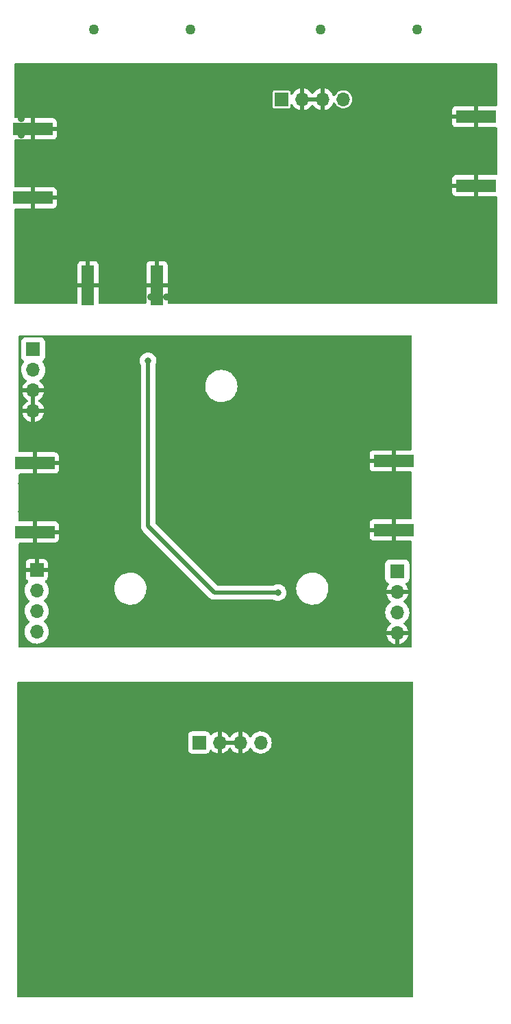
<source format=gbr>
%TF.GenerationSoftware,KiCad,Pcbnew,(6.0.1)*%
%TF.CreationDate,2022-04-21T10:22:39+02:00*%
%TF.ProjectId,Board2,426f6172-6432-42e6-9b69-6361645f7063,rev?*%
%TF.SameCoordinates,Original*%
%TF.FileFunction,Copper,L2,Bot*%
%TF.FilePolarity,Positive*%
%FSLAX46Y46*%
G04 Gerber Fmt 4.6, Leading zero omitted, Abs format (unit mm)*
G04 Created by KiCad (PCBNEW (6.0.1)) date 2022-04-21 10:22:39*
%MOMM*%
%LPD*%
G01*
G04 APERTURE LIST*
%TA.AperFunction,ComponentPad*%
%ADD10R,1.700000X1.700000*%
%TD*%
%TA.AperFunction,ComponentPad*%
%ADD11O,1.700000X1.700000*%
%TD*%
%TA.AperFunction,WasherPad*%
%ADD12C,1.270000*%
%TD*%
%TA.AperFunction,SMDPad,CuDef*%
%ADD13R,4.900000X1.600000*%
%TD*%
%TA.AperFunction,SMDPad,CuDef*%
%ADD14R,1.600000X4.900000*%
%TD*%
%TA.AperFunction,ViaPad*%
%ADD15C,0.900000*%
%TD*%
%TA.AperFunction,ViaPad*%
%ADD16C,0.800000*%
%TD*%
%TA.AperFunction,Conductor*%
%ADD17C,0.500000*%
%TD*%
G04 APERTURE END LIST*
D10*
%TO.P,J3,1,Pin_1*%
%TO.N,N/C*%
X102500000Y-69460000D03*
D11*
%TO.P,J3,2,Pin_2*%
X102500000Y-72000000D03*
%TO.P,J3,3,Pin_3*%
X102500000Y-74540000D03*
%TO.P,J3,4,Pin_4*%
X102500000Y-77080000D03*
%TD*%
D12*
%TO.P,REF\u002A\u002A,*%
%TO.N,*%
X149949992Y-29983659D03*
X138049991Y-30016348D03*
%TD*%
D13*
%TO.P,J4,S3*%
%TO.N,N/C*%
X157232500Y-49260000D03*
%TO.P,J4,S4*%
X157232500Y-40740000D03*
%TD*%
D10*
%TO.P,J4,1,Pin_1*%
%TO.N,N/C*%
X102932500Y-96700000D03*
D11*
%TO.P,J4,2,Pin_2*%
X102932500Y-99240000D03*
%TO.P,J4,3,Pin_3*%
X102932500Y-101780000D03*
%TO.P,J4,4,Pin_4*%
X102932500Y-104320000D03*
%TD*%
D13*
%TO.P,J1,S3*%
%TO.N,N/C*%
X102700000Y-83490000D03*
%TO.P,J1,S4*%
X102700000Y-92010000D03*
%TD*%
D14*
%TO.P,J3,S3*%
%TO.N,N/C*%
X109275000Y-61542500D03*
%TO.P,J3,S4*%
X117795000Y-61542500D03*
%TD*%
D10*
%TO.P,J3,1,Pin_1*%
%TO.N,N/C*%
X123000000Y-118000000D03*
D11*
%TO.P,J3,2,Pin_2*%
X125540000Y-118000000D03*
%TO.P,J3,3,Pin_3*%
X128080000Y-118000000D03*
%TO.P,J3,4,Pin_4*%
X130620000Y-118000000D03*
%TD*%
D10*
%TO.P,J1,1,Pin_1*%
%TO.N,N/C*%
X133200000Y-38600000D03*
D11*
%TO.P,J1,2,Pin_2*%
X135740000Y-38600000D03*
%TO.P,J1,3,Pin_3*%
X138280000Y-38600000D03*
%TO.P,J1,4,Pin_4*%
X140820000Y-38600000D03*
%TD*%
D13*
%TO.P,J2,S3*%
%TO.N,N/C*%
X147050000Y-91760000D03*
%TO.P,J2,S4*%
X147050000Y-83240000D03*
%TD*%
D10*
%TO.P,J5,1,Pin_1*%
%TO.N,N/C*%
X147500000Y-96880000D03*
D11*
%TO.P,J5,2,Pin_2*%
X147500000Y-99420000D03*
%TO.P,J5,3,Pin_3*%
X147500000Y-101960000D03*
%TO.P,J5,4,Pin_4*%
X147500000Y-104500000D03*
%TD*%
D12*
%TO.P,REF\u002A\u002A,*%
%TO.N,*%
X121900010Y-29967301D03*
X110000009Y-29999991D03*
%TD*%
D13*
%TO.P,J2,S3*%
%TO.N,N/C*%
X102457500Y-42250000D03*
%TO.P,J2,S4*%
X102457500Y-50770000D03*
%TD*%
D15*
%TO.N,*%
X107000000Y-128250000D03*
X134000000Y-43500000D03*
X157000000Y-63000000D03*
X132500000Y-47000000D03*
D16*
X114000000Y-75500000D03*
D15*
X149000000Y-137000000D03*
X147000000Y-131750000D03*
X133000000Y-128250000D03*
D16*
X119750000Y-83250000D03*
D15*
X149000000Y-43000000D03*
D16*
X118250000Y-101250000D03*
D15*
X145000000Y-135000000D03*
X120000000Y-140000000D03*
X150500000Y-43000000D03*
X141000000Y-131750000D03*
X113850000Y-133730000D03*
X112000000Y-140000000D03*
D16*
X130700000Y-75200000D03*
D15*
X104000000Y-54000000D03*
X117000000Y-111000000D03*
D16*
X113750000Y-83750000D03*
X135000000Y-104500000D03*
D15*
X103000000Y-131750000D03*
X106000000Y-132750000D03*
X121500000Y-47000000D03*
X109000000Y-128250000D03*
X125000000Y-145000000D03*
X143000000Y-63000000D03*
X159000000Y-35000000D03*
D16*
X140750000Y-81750000D03*
D15*
X152000000Y-43000000D03*
X101000000Y-113000000D03*
X135000000Y-145000000D03*
X116370000Y-133670000D03*
X103000000Y-35000000D03*
X127500000Y-47000000D03*
X107000000Y-63000000D03*
D16*
X141400000Y-89250000D03*
D15*
X117000000Y-149000000D03*
X149000000Y-125000000D03*
X120000000Y-115000000D03*
X129000000Y-111000000D03*
X132000000Y-42000000D03*
X132000000Y-127250000D03*
X112961126Y-40052607D03*
X119000000Y-35000000D03*
D16*
X132812500Y-86400000D03*
D15*
X122000000Y-123000000D03*
X144500000Y-47000000D03*
X149000000Y-149000000D03*
X122500000Y-146500000D03*
X135000000Y-115000000D03*
D16*
X130412500Y-88600000D03*
D15*
X135500000Y-47000000D03*
X128000000Y-127250000D03*
X120000000Y-132750000D03*
D16*
X140000000Y-79500000D03*
D15*
X124000000Y-130000000D03*
X149000000Y-117000000D03*
X146000000Y-132750000D03*
X103000000Y-38000000D03*
X149000000Y-119000000D03*
X108000000Y-127250000D03*
X120000000Y-120000000D03*
D16*
X138000000Y-83500000D03*
X139600000Y-85800000D03*
D15*
X109000000Y-35000000D03*
X117000000Y-35000000D03*
X101000000Y-43000000D03*
X145000000Y-35000000D03*
X123000000Y-111000000D03*
X112000000Y-127250000D03*
X142000000Y-37000000D03*
X131000000Y-131750000D03*
X143000000Y-131750000D03*
X145000000Y-149000000D03*
D16*
X113000000Y-93500000D03*
D15*
X129000000Y-35000000D03*
X157000000Y-35000000D03*
D16*
X135000000Y-74500000D03*
D15*
X105000000Y-149000000D03*
X135180000Y-129630000D03*
X127000000Y-128250000D03*
X115000000Y-149000000D03*
X119000000Y-131750000D03*
X105000000Y-140000000D03*
X101000000Y-111000000D03*
X105000000Y-131750000D03*
X101000000Y-55000000D03*
X120000000Y-47000000D03*
D16*
X114850000Y-86000000D03*
X109500000Y-89500000D03*
X123250000Y-79500000D03*
D15*
X147000000Y-35000000D03*
X108576130Y-55096021D03*
X149000000Y-128250000D03*
X101000000Y-117000000D03*
X125000000Y-128250000D03*
X125000000Y-131750000D03*
X127000000Y-35000000D03*
X101140000Y-131480000D03*
X102500000Y-44500000D03*
X145000000Y-111000000D03*
X107000000Y-44500000D03*
D16*
X132750000Y-99500000D03*
D15*
X145000000Y-131750000D03*
X109000000Y-43000000D03*
X111000000Y-147000000D03*
D16*
X113100000Y-86000000D03*
X107000000Y-91500000D03*
D15*
X146000000Y-127250000D03*
X141000000Y-128250000D03*
X105000000Y-135000000D03*
X128000000Y-132750000D03*
X132000000Y-137000000D03*
X134000000Y-47000000D03*
X135980000Y-130970000D03*
D16*
X114000000Y-105500000D03*
D15*
X130000000Y-125000000D03*
X126000000Y-43500000D03*
D16*
X108000000Y-105500000D03*
X145000000Y-94500000D03*
D15*
X134510000Y-130980000D03*
D16*
X107000000Y-97500000D03*
X120000000Y-89500000D03*
X123500000Y-89500000D03*
D15*
X115500000Y-57000000D03*
X115500000Y-54000000D03*
X139000000Y-63000000D03*
X123000000Y-149000000D03*
X137000000Y-47000000D03*
X124500000Y-47000000D03*
X105500000Y-44500000D03*
X130000000Y-135000000D03*
X158000000Y-47000000D03*
X117000000Y-128250000D03*
D16*
X104500000Y-89500000D03*
D15*
X116987883Y-43492641D03*
D16*
X119500000Y-78250000D03*
D15*
X140000000Y-140000000D03*
X110000000Y-50500000D03*
D16*
X137000000Y-76500000D03*
D15*
X115560000Y-129600000D03*
X142000000Y-132750000D03*
D16*
X142000000Y-76500000D03*
D15*
X107000000Y-35000000D03*
D16*
X116750000Y-95750000D03*
D15*
X145000000Y-120000000D03*
X138000000Y-55000000D03*
X143000000Y-47000000D03*
X133000000Y-115000000D03*
X129000000Y-128250000D03*
X123000000Y-50000000D03*
X149000000Y-113000000D03*
X112000000Y-55500000D03*
D16*
X107750000Y-89500000D03*
X136300000Y-89150000D03*
D15*
X118000000Y-127250000D03*
X128000000Y-124000000D03*
X120000000Y-125000000D03*
X131000000Y-128250000D03*
X143000000Y-35000000D03*
D16*
X101000000Y-86000000D03*
D15*
X144000000Y-132750000D03*
D16*
X145000000Y-79500000D03*
D15*
X112500000Y-43500000D03*
X137000000Y-111000000D03*
D16*
X145000000Y-104500000D03*
D15*
X130000000Y-145000000D03*
X101000000Y-123000000D03*
D16*
X121750000Y-89500000D03*
D15*
X107000000Y-137000000D03*
X133000000Y-146000000D03*
X107000000Y-149000000D03*
X149000000Y-135000000D03*
X103000000Y-138000000D03*
X110000000Y-135000000D03*
X118000000Y-51000000D03*
X147000000Y-128250000D03*
X101000000Y-61000000D03*
X124000000Y-38000000D03*
X113000000Y-128250000D03*
D16*
X120500000Y-91750000D03*
D15*
X112000000Y-118000000D03*
X113000000Y-137000000D03*
X152000000Y-47000000D03*
D16*
X147000000Y-72500000D03*
D15*
X118000000Y-132750000D03*
D16*
X134500000Y-96250000D03*
D15*
X125000000Y-111000000D03*
X125000000Y-120000000D03*
X138500000Y-43500000D03*
X116000000Y-127250000D03*
D16*
X140000000Y-104500000D03*
D15*
X105000000Y-128250000D03*
X138000000Y-118000000D03*
X149000000Y-123000000D03*
X106000000Y-127250000D03*
X146000000Y-47000000D03*
D16*
X144750000Y-85750000D03*
D15*
X159000000Y-57000000D03*
X132500000Y-43500000D03*
X111000000Y-111000000D03*
D16*
X110000000Y-84500000D03*
D15*
X101000000Y-51000000D03*
X139000000Y-111000000D03*
X123000000Y-128250000D03*
D16*
X102750000Y-86000000D03*
D15*
X105500000Y-48500000D03*
X111000000Y-149000000D03*
X113000000Y-35000000D03*
D16*
X113000000Y-89500000D03*
D15*
X159000000Y-39000000D03*
X119000000Y-128250000D03*
X122000000Y-135000000D03*
X120000000Y-127250000D03*
X121987174Y-58936893D03*
X110000000Y-140000000D03*
X159000000Y-59000000D03*
X138000000Y-127250000D03*
X108500000Y-49000000D03*
X151000000Y-50000000D03*
X155082686Y-53943760D03*
X110000000Y-127250000D03*
X125000000Y-135000000D03*
X141500000Y-47000000D03*
X129000000Y-149000000D03*
D16*
X105000000Y-94500000D03*
D15*
X130000000Y-140000000D03*
X132000000Y-132750000D03*
X112000000Y-132750000D03*
X141500000Y-43500000D03*
D16*
X114000000Y-80500000D03*
X137000000Y-95500000D03*
D15*
X124000000Y-132750000D03*
X105000000Y-125000000D03*
X141000000Y-35000000D03*
D16*
X112000000Y-101500000D03*
D15*
X137000000Y-136000000D03*
X101000000Y-121000000D03*
D16*
X120100000Y-86000000D03*
D15*
X135000000Y-135000000D03*
X149000000Y-57000000D03*
X155000000Y-63000000D03*
X101000000Y-147000000D03*
X121000000Y-149000000D03*
X144000000Y-56000000D03*
X148000000Y-60000000D03*
X107000000Y-111000000D03*
X127000000Y-131750000D03*
X115000000Y-51000000D03*
X114000000Y-127250000D03*
X101000000Y-57000000D03*
X131000000Y-43500000D03*
X104000000Y-127250000D03*
X101000000Y-135000000D03*
X101000000Y-141000000D03*
X140000000Y-132750000D03*
X126000000Y-132750000D03*
D16*
X104500000Y-86000000D03*
D15*
X149000000Y-35000000D03*
X103000000Y-128250000D03*
X137000000Y-43500000D03*
X123000000Y-47000000D03*
X101000000Y-35000000D03*
D16*
X101000000Y-89500000D03*
D15*
X134000000Y-50000000D03*
X127500000Y-43500000D03*
X115500000Y-58500000D03*
X110500000Y-45500000D03*
X149000000Y-141000000D03*
X101000000Y-48500000D03*
X147000000Y-111000000D03*
X127000000Y-111000000D03*
X103000000Y-111000000D03*
X101000000Y-41000000D03*
X140000000Y-127250000D03*
X123000000Y-43500000D03*
X141000000Y-63000000D03*
D16*
X122750000Y-94000000D03*
D15*
X115000000Y-115000000D03*
X108500000Y-44500000D03*
D16*
X134750000Y-93250000D03*
D15*
X150500000Y-47000000D03*
X117000000Y-125000000D03*
D16*
X146550000Y-89200000D03*
D15*
X110000000Y-115000000D03*
X127956557Y-119805822D03*
X121000000Y-111000000D03*
X135000000Y-111000000D03*
X145000000Y-128250000D03*
X139000000Y-149000000D03*
X113000000Y-149000000D03*
D16*
X105000000Y-74500000D03*
X130000000Y-104500000D03*
D15*
X149000000Y-41000000D03*
X125000000Y-149000000D03*
D16*
X116700000Y-70900000D03*
D15*
X108000000Y-132750000D03*
D16*
X136250000Y-85700000D03*
D15*
X105000000Y-111000000D03*
D16*
X146500000Y-85750000D03*
D15*
X101000000Y-59000000D03*
X120000000Y-135000000D03*
X122000000Y-127250000D03*
D16*
X145000000Y-69500000D03*
X110000000Y-99500000D03*
D15*
X159000000Y-61000000D03*
D16*
X106250000Y-89500000D03*
D15*
X151000000Y-35000000D03*
X147000000Y-149000000D03*
X141000000Y-149000000D03*
D16*
X114750000Y-91500000D03*
D15*
X129000000Y-63000000D03*
X128000000Y-51000000D03*
X149000000Y-47000000D03*
X139000000Y-60000000D03*
D16*
X140000000Y-69500000D03*
D15*
X109000000Y-63000000D03*
D16*
X105000000Y-79500000D03*
D15*
X135000000Y-35000000D03*
X115500000Y-55500000D03*
X112000000Y-58500000D03*
X149000000Y-131750000D03*
X124500000Y-43500000D03*
X107000000Y-123000000D03*
X110000000Y-120000000D03*
X133660000Y-133360000D03*
X143000000Y-137000000D03*
X138000000Y-132750000D03*
D16*
X123600000Y-86000000D03*
X145000000Y-74500000D03*
X122500000Y-100000000D03*
D15*
X111000000Y-128250000D03*
X130000000Y-120000000D03*
D16*
X118350000Y-86000000D03*
D15*
X101000000Y-39000000D03*
X155000000Y-47000000D03*
X140000000Y-47000000D03*
X142000000Y-41000000D03*
X159000000Y-53000000D03*
X133000000Y-63000000D03*
X153500000Y-47000000D03*
X140000000Y-135000000D03*
X135000000Y-63000000D03*
X110000000Y-132750000D03*
D16*
X120000000Y-74500000D03*
D15*
X121000000Y-128250000D03*
X133000000Y-149000000D03*
X101000000Y-128250000D03*
X139000000Y-41000000D03*
X126000000Y-41000000D03*
X143000000Y-111000000D03*
D16*
X111350000Y-86000000D03*
D15*
X137000000Y-128250000D03*
X141000000Y-111000000D03*
D16*
X112000000Y-95500000D03*
D15*
X107000000Y-131750000D03*
X142000000Y-127250000D03*
D16*
X148250000Y-85750000D03*
X102750000Y-89500000D03*
X141000000Y-101500000D03*
D15*
X115500000Y-43500000D03*
X130000000Y-132750000D03*
X104000000Y-48500000D03*
X131000000Y-111000000D03*
X155000000Y-35000000D03*
X121000000Y-63000000D03*
X135000000Y-149000000D03*
X159000000Y-63000000D03*
X156500000Y-47000000D03*
D16*
X110000000Y-74500000D03*
D15*
X159000000Y-51000000D03*
D16*
X140000000Y-84500000D03*
D15*
X101000000Y-44500000D03*
X119000000Y-56000000D03*
X133000000Y-111000000D03*
X135000000Y-140000000D03*
D16*
X139650000Y-89250000D03*
D15*
X115000000Y-47000000D03*
X101000000Y-137000000D03*
X151000000Y-63000000D03*
X133000000Y-35000000D03*
X127000000Y-149000000D03*
D16*
X108000000Y-81500000D03*
X114750000Y-89500000D03*
D15*
X102000000Y-127250000D03*
X122000000Y-138000000D03*
X137000000Y-35000000D03*
X126000000Y-47000000D03*
X103000000Y-149000000D03*
X149000000Y-139000000D03*
D16*
X130412500Y-86400000D03*
X140250000Y-91250000D03*
D15*
X132000000Y-37000000D03*
X147000000Y-63000000D03*
X113000000Y-111000000D03*
X159000000Y-55000000D03*
X115000000Y-145000000D03*
X104000000Y-44500000D03*
D16*
X109600000Y-86000000D03*
D15*
X101000000Y-63000000D03*
X140000000Y-43500000D03*
X112000000Y-54000000D03*
X129500000Y-47000000D03*
X136590000Y-133440000D03*
D16*
X121000000Y-105500000D03*
D15*
X149000000Y-111000000D03*
X153500000Y-43000000D03*
D16*
X118500000Y-90750000D03*
D15*
X159000000Y-37000000D03*
X125000000Y-140000000D03*
X118487883Y-43492641D03*
X140000000Y-125000000D03*
X159000000Y-49000000D03*
X104000000Y-132750000D03*
X107487883Y-38964360D03*
X117000000Y-63000000D03*
D16*
X143100000Y-85800000D03*
D15*
X125000000Y-63000000D03*
X149000000Y-63000000D03*
X112000000Y-60000000D03*
X153000000Y-35000000D03*
X149000000Y-143000000D03*
X114000000Y-48500000D03*
D16*
X110000000Y-91500000D03*
D15*
X137000000Y-126000000D03*
X131000000Y-63000000D03*
X101000000Y-149000000D03*
X101000000Y-37000000D03*
X147500000Y-43000000D03*
X123000000Y-53000000D03*
X120000000Y-43500000D03*
X110000000Y-125000000D03*
D16*
X125250000Y-89500000D03*
D15*
X117000000Y-37000000D03*
X130000000Y-60000000D03*
D16*
X129512500Y-80500000D03*
D15*
X145000000Y-140000000D03*
X154000000Y-38000000D03*
D16*
X118250000Y-89500000D03*
X140000000Y-74500000D03*
D15*
X156500000Y-43000000D03*
D16*
X131612500Y-87500000D03*
D15*
X114820000Y-130770000D03*
X121500000Y-43500000D03*
X143000000Y-128250000D03*
D16*
X106250000Y-86000000D03*
D15*
X111500000Y-50500000D03*
X131000000Y-35000000D03*
D16*
X143150000Y-89250000D03*
D15*
X112000000Y-57000000D03*
X104000000Y-59000000D03*
X109000000Y-149000000D03*
X159000000Y-41000000D03*
X123000000Y-63000000D03*
X107000000Y-48500000D03*
D16*
X138050000Y-89150000D03*
D15*
X149000000Y-147000000D03*
X117000000Y-113000000D03*
X158000000Y-43000000D03*
X103000000Y-63000000D03*
X101000000Y-145000000D03*
X145000000Y-125000000D03*
X118000000Y-122000000D03*
X143000000Y-123000000D03*
D16*
X109000000Y-94500000D03*
D15*
X122000000Y-132750000D03*
X123000000Y-131750000D03*
X101000000Y-119000000D03*
X114080000Y-129530000D03*
X119000000Y-63000000D03*
X149000000Y-121000000D03*
D16*
X124750000Y-91750000D03*
D15*
X140000000Y-120000000D03*
D16*
X110000000Y-79500000D03*
X111250000Y-89500000D03*
D15*
X145000000Y-63000000D03*
X135500000Y-43500000D03*
D16*
X132812500Y-88600000D03*
D15*
X148000000Y-127250000D03*
X101000000Y-53000000D03*
D16*
X107850000Y-86000000D03*
D15*
X115000000Y-140000000D03*
D16*
X125612500Y-84500000D03*
D15*
X111000000Y-131750000D03*
X138500000Y-47000000D03*
X153000000Y-63000000D03*
X112000000Y-63000000D03*
X155000000Y-43000000D03*
X126000000Y-130000000D03*
X102000000Y-132750000D03*
X137000000Y-63000000D03*
X123000000Y-35000000D03*
D16*
X125350000Y-86000000D03*
X144800000Y-89200000D03*
X127100000Y-86000000D03*
D15*
X137000000Y-149000000D03*
X121000000Y-35000000D03*
X115500000Y-60000000D03*
X113000000Y-50000000D03*
X115500000Y-63000000D03*
X121000000Y-131750000D03*
X112000000Y-61500000D03*
X126000000Y-127250000D03*
D16*
X141350000Y-85800000D03*
D15*
X124000000Y-127250000D03*
D16*
X133000000Y-101500000D03*
D15*
X119000000Y-149000000D03*
X148000000Y-132750000D03*
X115500000Y-61500000D03*
X102500000Y-48500000D03*
X112000000Y-52500000D03*
X154986665Y-59897111D03*
X101000000Y-125000000D03*
X115000000Y-35000000D03*
D16*
X136000000Y-84500000D03*
D15*
X140000000Y-115000000D03*
X111000000Y-35000000D03*
X115500000Y-52500000D03*
X109000000Y-131750000D03*
X139000000Y-35000000D03*
X148000000Y-52000000D03*
X116500000Y-47000000D03*
X147500000Y-47000000D03*
X135000000Y-41000000D03*
X131000000Y-149000000D03*
X101000000Y-143000000D03*
X139000000Y-131750000D03*
X101000000Y-115000000D03*
X127000000Y-63000000D03*
X130000000Y-127250000D03*
X114000000Y-43500000D03*
X107000000Y-63000000D03*
X111500000Y-44500000D03*
X149000000Y-115000000D03*
X118500000Y-47000000D03*
X143000000Y-43500000D03*
D16*
X130112500Y-82000000D03*
D15*
X134000000Y-127250000D03*
X139000000Y-128250000D03*
X125000000Y-125000000D03*
X118000000Y-138000000D03*
X129000000Y-131750000D03*
X115000000Y-135000000D03*
D16*
X121850000Y-86000000D03*
D15*
X127000000Y-138000000D03*
X110000000Y-145000000D03*
X115000000Y-111000000D03*
D16*
X148300000Y-89200000D03*
X138000000Y-85700000D03*
D15*
X105000000Y-120000000D03*
X131000000Y-47000000D03*
X119000000Y-111000000D03*
X105000000Y-63000000D03*
X143000000Y-149000000D03*
X125000000Y-35000000D03*
X109000000Y-111000000D03*
X149000000Y-145000000D03*
X131000000Y-54000000D03*
X138000000Y-122000000D03*
X144000000Y-127250000D03*
X120000000Y-145000000D03*
X105000000Y-35000000D03*
X121000000Y-40000000D03*
X101000000Y-139000000D03*
X143047955Y-50839055D03*
X140000000Y-145000000D03*
%TD*%
D17*
%TO.N,*%
X132750000Y-99500000D02*
X124900000Y-99500000D01*
X124900000Y-99500000D02*
X116700000Y-91300000D01*
X116700000Y-91300000D02*
X116700000Y-70900000D01*
%TD*%
%TA.AperFunction,NonConductor*%
G36*
X149434121Y-110528002D02*
G01*
X149480614Y-110581658D01*
X149492000Y-110634000D01*
X149492000Y-149366000D01*
X149471998Y-149434121D01*
X149418342Y-149480614D01*
X149366000Y-149492000D01*
X100634000Y-149492000D01*
X100565879Y-149471998D01*
X100519386Y-149418342D01*
X100508000Y-149366000D01*
X100508000Y-118898134D01*
X121641500Y-118898134D01*
X121648255Y-118960316D01*
X121699385Y-119096705D01*
X121786739Y-119213261D01*
X121903295Y-119300615D01*
X122039684Y-119351745D01*
X122101866Y-119358500D01*
X123898134Y-119358500D01*
X123960316Y-119351745D01*
X124096705Y-119300615D01*
X124213261Y-119213261D01*
X124300615Y-119096705D01*
X124344798Y-118978848D01*
X124387440Y-118922084D01*
X124454001Y-118897384D01*
X124523350Y-118912592D01*
X124558017Y-118940580D01*
X124583218Y-118969673D01*
X124590580Y-118976883D01*
X124754434Y-119112916D01*
X124762881Y-119118831D01*
X124946756Y-119226279D01*
X124956042Y-119230729D01*
X125155001Y-119306703D01*
X125164899Y-119309579D01*
X125268250Y-119330606D01*
X125282299Y-119329410D01*
X125286000Y-119319065D01*
X125286000Y-119318517D01*
X125794000Y-119318517D01*
X125798064Y-119332359D01*
X125811478Y-119334393D01*
X125818184Y-119333534D01*
X125828262Y-119331392D01*
X126032255Y-119270191D01*
X126041842Y-119266433D01*
X126233095Y-119172739D01*
X126241945Y-119167464D01*
X126415328Y-119043792D01*
X126423200Y-119037139D01*
X126574052Y-118886812D01*
X126580730Y-118878965D01*
X126708022Y-118701819D01*
X126709147Y-118702627D01*
X126756669Y-118658876D01*
X126826607Y-118646661D01*
X126892046Y-118674197D01*
X126919870Y-118706028D01*
X126977690Y-118800383D01*
X126983777Y-118808699D01*
X127123213Y-118969667D01*
X127130580Y-118976883D01*
X127294434Y-119112916D01*
X127302881Y-119118831D01*
X127486756Y-119226279D01*
X127496042Y-119230729D01*
X127695001Y-119306703D01*
X127704899Y-119309579D01*
X127808250Y-119330606D01*
X127822299Y-119329410D01*
X127826000Y-119319065D01*
X127826000Y-119318517D01*
X128334000Y-119318517D01*
X128338064Y-119332359D01*
X128351478Y-119334393D01*
X128358184Y-119333534D01*
X128368262Y-119331392D01*
X128572255Y-119270191D01*
X128581842Y-119266433D01*
X128773095Y-119172739D01*
X128781945Y-119167464D01*
X128955328Y-119043792D01*
X128963200Y-119037139D01*
X129114052Y-118886812D01*
X129120730Y-118878965D01*
X129248022Y-118701819D01*
X129249279Y-118702722D01*
X129296373Y-118659362D01*
X129366311Y-118647145D01*
X129431751Y-118674678D01*
X129459579Y-118706511D01*
X129519987Y-118805088D01*
X129666250Y-118973938D01*
X129838126Y-119116632D01*
X130031000Y-119229338D01*
X130239692Y-119309030D01*
X130244760Y-119310061D01*
X130244763Y-119310062D01*
X130339862Y-119329410D01*
X130458597Y-119353567D01*
X130463772Y-119353757D01*
X130463774Y-119353757D01*
X130676673Y-119361564D01*
X130676677Y-119361564D01*
X130681837Y-119361753D01*
X130686957Y-119361097D01*
X130686959Y-119361097D01*
X130898288Y-119334025D01*
X130898289Y-119334025D01*
X130903416Y-119333368D01*
X130908366Y-119331883D01*
X131112429Y-119270661D01*
X131112434Y-119270659D01*
X131117384Y-119269174D01*
X131317994Y-119170896D01*
X131499860Y-119041173D01*
X131658096Y-118883489D01*
X131788453Y-118702077D01*
X131801995Y-118674678D01*
X131885136Y-118506453D01*
X131885137Y-118506451D01*
X131887430Y-118501811D01*
X131952370Y-118288069D01*
X131981529Y-118066590D01*
X131983156Y-118000000D01*
X131964852Y-117777361D01*
X131910431Y-117560702D01*
X131821354Y-117355840D01*
X131700014Y-117168277D01*
X131549670Y-117003051D01*
X131545619Y-116999852D01*
X131545615Y-116999848D01*
X131378414Y-116867800D01*
X131378410Y-116867798D01*
X131374359Y-116864598D01*
X131338028Y-116844542D01*
X131322136Y-116835769D01*
X131178789Y-116756638D01*
X131173920Y-116754914D01*
X131173916Y-116754912D01*
X130973087Y-116683795D01*
X130973083Y-116683794D01*
X130968212Y-116682069D01*
X130963119Y-116681162D01*
X130963116Y-116681161D01*
X130753373Y-116643800D01*
X130753367Y-116643799D01*
X130748284Y-116642894D01*
X130674452Y-116641992D01*
X130530081Y-116640228D01*
X130530079Y-116640228D01*
X130524911Y-116640165D01*
X130304091Y-116673955D01*
X130091756Y-116743357D01*
X129893607Y-116846507D01*
X129889474Y-116849610D01*
X129889471Y-116849612D01*
X129719100Y-116977530D01*
X129714965Y-116980635D01*
X129560629Y-117142138D01*
X129557715Y-117146410D01*
X129557714Y-117146411D01*
X129545404Y-117164457D01*
X129454337Y-117297957D01*
X129452898Y-117300066D01*
X129397987Y-117345069D01*
X129327462Y-117353240D01*
X129263715Y-117321986D01*
X129243018Y-117297502D01*
X129162426Y-117172926D01*
X129156136Y-117164757D01*
X129012806Y-117007240D01*
X129005273Y-117000215D01*
X128838139Y-116868222D01*
X128829552Y-116862517D01*
X128643117Y-116759599D01*
X128633705Y-116755369D01*
X128432959Y-116684280D01*
X128422988Y-116681646D01*
X128351837Y-116668972D01*
X128338540Y-116670432D01*
X128334000Y-116684989D01*
X128334000Y-119318517D01*
X127826000Y-119318517D01*
X127826000Y-118272115D01*
X127821525Y-118256876D01*
X127820135Y-118255671D01*
X127812452Y-118254000D01*
X125812115Y-118254000D01*
X125796876Y-118258475D01*
X125795671Y-118259865D01*
X125794000Y-118267548D01*
X125794000Y-119318517D01*
X125286000Y-119318517D01*
X125286000Y-117727885D01*
X125794000Y-117727885D01*
X125798475Y-117743124D01*
X125799865Y-117744329D01*
X125807548Y-117746000D01*
X127807885Y-117746000D01*
X127823124Y-117741525D01*
X127824329Y-117740135D01*
X127826000Y-117732452D01*
X127826000Y-116683102D01*
X127822082Y-116669758D01*
X127807806Y-116667771D01*
X127769324Y-116673660D01*
X127759288Y-116676051D01*
X127556868Y-116742212D01*
X127547359Y-116746209D01*
X127358463Y-116844542D01*
X127349738Y-116850036D01*
X127179433Y-116977905D01*
X127171726Y-116984748D01*
X127024590Y-117138717D01*
X127018104Y-117146727D01*
X126913193Y-117300521D01*
X126858282Y-117345524D01*
X126787757Y-117353695D01*
X126724010Y-117322441D01*
X126703313Y-117297957D01*
X126622427Y-117172926D01*
X126616136Y-117164757D01*
X126472806Y-117007240D01*
X126465273Y-117000215D01*
X126298139Y-116868222D01*
X126289552Y-116862517D01*
X126103117Y-116759599D01*
X126093705Y-116755369D01*
X125892959Y-116684280D01*
X125882988Y-116681646D01*
X125811837Y-116668972D01*
X125798540Y-116670432D01*
X125794000Y-116684989D01*
X125794000Y-117727885D01*
X125286000Y-117727885D01*
X125286000Y-116683102D01*
X125282082Y-116669758D01*
X125267806Y-116667771D01*
X125229324Y-116673660D01*
X125219288Y-116676051D01*
X125016868Y-116742212D01*
X125007359Y-116746209D01*
X124818463Y-116844542D01*
X124809738Y-116850036D01*
X124639433Y-116977905D01*
X124631726Y-116984748D01*
X124554478Y-117065584D01*
X124492954Y-117101014D01*
X124422042Y-117097557D01*
X124364255Y-117056311D01*
X124345402Y-117022763D01*
X124303767Y-116911703D01*
X124300615Y-116903295D01*
X124213261Y-116786739D01*
X124096705Y-116699385D01*
X123960316Y-116648255D01*
X123898134Y-116641500D01*
X122101866Y-116641500D01*
X122039684Y-116648255D01*
X121903295Y-116699385D01*
X121786739Y-116786739D01*
X121699385Y-116903295D01*
X121648255Y-117039684D01*
X121641500Y-117101866D01*
X121641500Y-118898134D01*
X100508000Y-118898134D01*
X100508000Y-110634000D01*
X100528002Y-110565879D01*
X100581658Y-110519386D01*
X100634000Y-110508000D01*
X149366000Y-110508000D01*
X149434121Y-110528002D01*
G37*
%TD.AperFunction*%
%TA.AperFunction,NonConductor*%
G36*
X149232121Y-67730002D02*
G01*
X149278614Y-67783658D01*
X149290000Y-67836000D01*
X149290000Y-81806000D01*
X149269998Y-81874121D01*
X149216342Y-81920614D01*
X149164000Y-81932000D01*
X147322115Y-81932000D01*
X147306876Y-81936475D01*
X147305671Y-81937865D01*
X147304000Y-81945548D01*
X147304000Y-84529884D01*
X147308475Y-84545123D01*
X147309865Y-84546328D01*
X147317548Y-84547999D01*
X149164000Y-84547999D01*
X149232121Y-84568001D01*
X149278614Y-84621657D01*
X149290000Y-84673999D01*
X149290000Y-90326000D01*
X149269998Y-90394121D01*
X149216342Y-90440614D01*
X149164000Y-90452000D01*
X147322115Y-90452000D01*
X147306876Y-90456475D01*
X147305671Y-90457865D01*
X147304000Y-90465548D01*
X147304000Y-93049884D01*
X147308475Y-93065123D01*
X147309865Y-93066328D01*
X147317548Y-93067999D01*
X149164000Y-93067999D01*
X149232121Y-93088001D01*
X149278614Y-93141657D01*
X149290000Y-93193999D01*
X149290000Y-106164000D01*
X149269998Y-106232121D01*
X149216342Y-106278614D01*
X149164000Y-106290000D01*
X100836000Y-106290000D01*
X100767879Y-106269998D01*
X100721386Y-106216342D01*
X100710000Y-106164000D01*
X100710000Y-104283582D01*
X101442354Y-104283582D01*
X101456415Y-104527450D01*
X101457552Y-104532496D01*
X101457553Y-104532502D01*
X101479496Y-104629870D01*
X101510118Y-104765748D01*
X101512060Y-104770530D01*
X101512061Y-104770534D01*
X101569617Y-104912275D01*
X101602020Y-104992074D01*
X101729652Y-105200351D01*
X101889588Y-105384987D01*
X102077532Y-105541021D01*
X102288437Y-105664263D01*
X102293262Y-105666105D01*
X102293263Y-105666106D01*
X102310633Y-105672739D01*
X102516638Y-105751405D01*
X102521704Y-105752436D01*
X102521705Y-105752436D01*
X102640147Y-105776533D01*
X102756008Y-105800105D01*
X102893046Y-105805130D01*
X102994954Y-105808868D01*
X102994959Y-105808868D01*
X103000118Y-105809057D01*
X103069998Y-105800105D01*
X103237283Y-105778675D01*
X103237284Y-105778675D01*
X103242411Y-105778018D01*
X103331117Y-105751405D01*
X103471429Y-105709309D01*
X103476382Y-105707823D01*
X103481021Y-105705550D01*
X103481027Y-105705548D01*
X103691108Y-105602630D01*
X103695746Y-105600358D01*
X103783567Y-105537716D01*
X103890401Y-105461512D01*
X103890406Y-105461508D01*
X103894613Y-105458507D01*
X104067642Y-105286082D01*
X104210186Y-105087711D01*
X104257453Y-104992074D01*
X104316122Y-104873364D01*
X104318416Y-104868723D01*
X104348248Y-104770534D01*
X104349028Y-104767966D01*
X146168257Y-104767966D01*
X146198565Y-104902446D01*
X146201645Y-104912275D01*
X146281770Y-105109603D01*
X146286413Y-105118794D01*
X146397694Y-105300388D01*
X146403777Y-105308699D01*
X146543213Y-105469667D01*
X146550580Y-105476883D01*
X146714434Y-105612916D01*
X146722881Y-105618831D01*
X146906756Y-105726279D01*
X146916042Y-105730729D01*
X147115001Y-105806703D01*
X147124899Y-105809579D01*
X147228250Y-105830606D01*
X147242299Y-105829410D01*
X147246000Y-105819065D01*
X147246000Y-105818517D01*
X147754000Y-105818517D01*
X147758064Y-105832359D01*
X147771478Y-105834393D01*
X147778184Y-105833534D01*
X147788262Y-105831392D01*
X147992255Y-105770191D01*
X148001842Y-105766433D01*
X148193095Y-105672739D01*
X148201945Y-105667464D01*
X148375328Y-105543792D01*
X148383200Y-105537139D01*
X148534052Y-105386812D01*
X148540730Y-105378965D01*
X148665003Y-105206020D01*
X148670313Y-105197183D01*
X148764670Y-105006267D01*
X148768469Y-104996672D01*
X148830377Y-104792910D01*
X148832555Y-104782837D01*
X148833986Y-104771962D01*
X148831775Y-104757778D01*
X148818617Y-104754000D01*
X147772115Y-104754000D01*
X147756876Y-104758475D01*
X147755671Y-104759865D01*
X147754000Y-104767548D01*
X147754000Y-105818517D01*
X147246000Y-105818517D01*
X147246000Y-104772115D01*
X147241525Y-104756876D01*
X147240135Y-104755671D01*
X147232452Y-104754000D01*
X146183225Y-104754000D01*
X146169694Y-104757973D01*
X146168257Y-104767966D01*
X104349028Y-104767966D01*
X104387923Y-104639951D01*
X104387924Y-104639945D01*
X104389427Y-104634999D01*
X104421311Y-104392815D01*
X104423091Y-104320000D01*
X104403076Y-104076548D01*
X104343567Y-103839634D01*
X104271080Y-103672926D01*
X104248223Y-103620357D01*
X104248221Y-103620354D01*
X104246163Y-103615620D01*
X104113480Y-103410523D01*
X104092516Y-103387483D01*
X103952559Y-103233673D01*
X103952557Y-103233671D01*
X103949081Y-103229851D01*
X103945030Y-103226652D01*
X103945026Y-103226648D01*
X103847789Y-103149855D01*
X103806726Y-103091938D01*
X103803494Y-103021015D01*
X103839120Y-102959603D01*
X103852712Y-102948395D01*
X103890400Y-102921512D01*
X103894613Y-102918507D01*
X104067642Y-102746082D01*
X104210186Y-102547711D01*
X104231904Y-102503769D01*
X104316122Y-102333364D01*
X104318416Y-102328723D01*
X104368985Y-102162282D01*
X104387923Y-102099951D01*
X104387924Y-102099945D01*
X104389427Y-102094999D01*
X104407200Y-101960000D01*
X104411995Y-101923582D01*
X146009854Y-101923582D01*
X146010151Y-101928735D01*
X146010151Y-101928738D01*
X146013828Y-101992502D01*
X146023915Y-102167450D01*
X146025052Y-102172496D01*
X146025053Y-102172502D01*
X146046996Y-102269870D01*
X146077618Y-102405748D01*
X146079560Y-102410530D01*
X146079561Y-102410534D01*
X146167576Y-102627287D01*
X146169520Y-102632074D01*
X146297152Y-102840351D01*
X146457088Y-103024987D01*
X146645032Y-103181021D01*
X146649499Y-103183631D01*
X146678007Y-103200290D01*
X146726731Y-103251929D01*
X146739802Y-103321712D01*
X146713071Y-103387483D01*
X146690090Y-103409838D01*
X146599433Y-103477905D01*
X146591726Y-103484748D01*
X146444590Y-103638717D01*
X146438104Y-103646727D01*
X146318098Y-103822649D01*
X146313000Y-103831623D01*
X146223338Y-104024783D01*
X146219775Y-104034470D01*
X146164389Y-104234183D01*
X146165912Y-104242607D01*
X146178292Y-104246000D01*
X148818344Y-104246000D01*
X148831875Y-104242027D01*
X148833180Y-104232947D01*
X148791214Y-104065875D01*
X148787894Y-104056124D01*
X148702972Y-103860814D01*
X148698105Y-103851739D01*
X148582426Y-103672926D01*
X148576136Y-103664757D01*
X148432806Y-103507240D01*
X148425273Y-103500216D01*
X148307191Y-103406961D01*
X148266128Y-103349044D01*
X148262896Y-103278121D01*
X148298521Y-103216710D01*
X148312114Y-103205501D01*
X148457901Y-103101512D01*
X148457906Y-103101508D01*
X148462113Y-103098507D01*
X148635142Y-102926082D01*
X148777686Y-102727711D01*
X148824953Y-102632074D01*
X148883622Y-102513364D01*
X148885916Y-102508723D01*
X148918734Y-102400706D01*
X148955423Y-102279951D01*
X148955424Y-102279945D01*
X148956927Y-102274999D01*
X148971766Y-102162282D01*
X148988374Y-102036137D01*
X148988375Y-102036131D01*
X148988811Y-102032815D01*
X148988893Y-102029462D01*
X148990509Y-101963364D01*
X148990509Y-101963360D01*
X148990591Y-101960000D01*
X148970576Y-101716548D01*
X148911067Y-101479634D01*
X148813663Y-101255620D01*
X148680980Y-101050523D01*
X148674804Y-101043735D01*
X148520059Y-100873673D01*
X148520057Y-100873671D01*
X148516581Y-100869851D01*
X148512530Y-100866652D01*
X148512526Y-100866648D01*
X148328940Y-100721661D01*
X148328937Y-100721659D01*
X148324880Y-100718455D01*
X148320347Y-100715953D01*
X148318201Y-100714527D01*
X148272528Y-100660171D01*
X148263493Y-100589752D01*
X148293964Y-100525626D01*
X148314756Y-100506997D01*
X148375327Y-100463792D01*
X148383200Y-100457139D01*
X148534052Y-100306812D01*
X148540730Y-100298965D01*
X148665003Y-100126020D01*
X148670313Y-100117183D01*
X148764670Y-99926267D01*
X148768469Y-99916672D01*
X148830377Y-99712910D01*
X148832555Y-99702837D01*
X148833986Y-99691962D01*
X148831775Y-99677778D01*
X148818617Y-99674000D01*
X146183225Y-99674000D01*
X146169694Y-99677973D01*
X146168257Y-99687966D01*
X146198565Y-99822446D01*
X146201645Y-99832275D01*
X146281770Y-100029603D01*
X146286413Y-100038794D01*
X146397694Y-100220388D01*
X146403777Y-100228699D01*
X146543213Y-100389667D01*
X146550580Y-100396882D01*
X146692373Y-100514601D01*
X146732008Y-100573503D01*
X146733506Y-100644484D01*
X146696392Y-100705007D01*
X146687541Y-100712305D01*
X146514493Y-100842234D01*
X146510358Y-100845339D01*
X146341593Y-101021941D01*
X146203939Y-101223735D01*
X146101091Y-101445302D01*
X146035811Y-101680691D01*
X146035262Y-101685825D01*
X146035262Y-101685827D01*
X146029654Y-101738303D01*
X146009854Y-101923582D01*
X104411995Y-101923582D01*
X104420874Y-101856137D01*
X104420875Y-101856131D01*
X104421311Y-101852815D01*
X104423091Y-101780000D01*
X104403076Y-101536548D01*
X104343567Y-101299634D01*
X104246163Y-101075620D01*
X104113480Y-100870523D01*
X104090565Y-100845339D01*
X103952559Y-100693673D01*
X103952557Y-100693671D01*
X103949081Y-100689851D01*
X103945030Y-100686652D01*
X103945026Y-100686648D01*
X103847789Y-100609855D01*
X103806726Y-100551938D01*
X103803494Y-100481015D01*
X103839120Y-100419603D01*
X103852712Y-100408395D01*
X103890400Y-100381512D01*
X103894613Y-100378507D01*
X104067642Y-100206082D01*
X104089416Y-100175781D01*
X104132408Y-100115950D01*
X104210186Y-100007711D01*
X104254840Y-99917361D01*
X104316122Y-99793364D01*
X104318416Y-99788723D01*
X104348248Y-99690534D01*
X104387923Y-99559951D01*
X104387924Y-99559945D01*
X104389427Y-99554999D01*
X104421311Y-99312815D01*
X104421820Y-99291995D01*
X104423009Y-99243364D01*
X104423009Y-99243360D01*
X104423091Y-99240000D01*
X104403076Y-98996548D01*
X104396089Y-98968733D01*
X112509674Y-98968733D01*
X112509918Y-98973168D01*
X112509918Y-98973172D01*
X112512871Y-99026828D01*
X112525124Y-99249485D01*
X112579979Y-99525258D01*
X112599545Y-99580973D01*
X112645878Y-99712910D01*
X112673143Y-99790551D01*
X112675196Y-99794504D01*
X112675199Y-99794510D01*
X112700586Y-99843381D01*
X112802758Y-100040071D01*
X112805341Y-100043686D01*
X112805345Y-100043692D01*
X112886052Y-100156629D01*
X112966238Y-100268838D01*
X113027397Y-100332949D01*
X113145868Y-100457139D01*
X113160320Y-100472289D01*
X113163816Y-100475045D01*
X113336283Y-100611006D01*
X113381133Y-100646363D01*
X113384975Y-100648595D01*
X113384980Y-100648598D01*
X113620415Y-100785351D01*
X113620422Y-100785354D01*
X113624269Y-100787589D01*
X113628402Y-100789263D01*
X113768999Y-100846210D01*
X113884879Y-100893146D01*
X113889192Y-100894217D01*
X113889197Y-100894219D01*
X114078812Y-100941319D01*
X114157763Y-100960931D01*
X114397557Y-100985500D01*
X114571633Y-100985500D01*
X114780474Y-100970713D01*
X114784829Y-100969775D01*
X114784832Y-100969775D01*
X115051005Y-100912470D01*
X115051007Y-100912470D01*
X115055352Y-100911534D01*
X115319149Y-100814214D01*
X115323067Y-100812100D01*
X115562686Y-100682809D01*
X115566602Y-100680696D01*
X115792773Y-100513643D01*
X115799525Y-100506997D01*
X115927200Y-100381311D01*
X115993150Y-100316389D01*
X116125823Y-100142546D01*
X116161033Y-100096410D01*
X116161035Y-100096406D01*
X116163735Y-100092869D01*
X116262410Y-99916672D01*
X116298945Y-99851434D01*
X116298948Y-99851428D01*
X116301123Y-99847544D01*
X116302734Y-99843381D01*
X116400968Y-99589463D01*
X116400970Y-99589457D01*
X116402575Y-99585308D01*
X116408453Y-99559951D01*
X116435727Y-99442282D01*
X116466065Y-99311394D01*
X116490326Y-99031267D01*
X116488700Y-99001709D01*
X116475773Y-98766821D01*
X116474876Y-98750515D01*
X116420021Y-98474742D01*
X116337645Y-98240169D01*
X116328335Y-98213657D01*
X116328334Y-98213654D01*
X116326857Y-98209449D01*
X116324804Y-98205496D01*
X116324801Y-98205490D01*
X116218720Y-98001276D01*
X116197242Y-97959929D01*
X116194659Y-97956314D01*
X116194655Y-97956308D01*
X116078796Y-97794181D01*
X116033762Y-97731162D01*
X115936721Y-97629436D01*
X115842752Y-97530931D01*
X115842750Y-97530929D01*
X115839680Y-97527711D01*
X115618867Y-97353637D01*
X115615025Y-97351405D01*
X115615020Y-97351402D01*
X115379585Y-97214649D01*
X115379578Y-97214646D01*
X115375731Y-97212411D01*
X115315216Y-97187900D01*
X115119247Y-97108525D01*
X115119245Y-97108524D01*
X115115121Y-97106854D01*
X115110808Y-97105783D01*
X115110803Y-97105781D01*
X114921188Y-97058681D01*
X114842237Y-97039069D01*
X114602443Y-97014500D01*
X114428367Y-97014500D01*
X114219526Y-97029287D01*
X114215171Y-97030225D01*
X114215168Y-97030225D01*
X113948995Y-97087530D01*
X113948993Y-97087530D01*
X113944648Y-97088466D01*
X113680851Y-97185786D01*
X113676933Y-97187900D01*
X113634609Y-97210737D01*
X113433398Y-97319304D01*
X113207227Y-97486357D01*
X113006850Y-97683611D01*
X112951586Y-97756024D01*
X112867748Y-97865879D01*
X112836265Y-97907131D01*
X112808725Y-97956308D01*
X112712459Y-98128204D01*
X112698877Y-98152456D01*
X112697269Y-98156614D01*
X112697266Y-98156619D01*
X112617553Y-98362665D01*
X112597425Y-98414692D01*
X112596421Y-98419024D01*
X112596420Y-98419027D01*
X112582496Y-98479101D01*
X112533935Y-98688606D01*
X112509674Y-98968733D01*
X104396089Y-98968733D01*
X104343567Y-98759634D01*
X104271080Y-98592926D01*
X104248223Y-98540357D01*
X104248221Y-98540354D01*
X104246163Y-98535620D01*
X104113480Y-98330523D01*
X104107012Y-98323414D01*
X104022492Y-98230529D01*
X103991613Y-98196593D01*
X103960562Y-98132749D01*
X103968956Y-98062251D01*
X104014133Y-98007482D01*
X104024296Y-98001276D01*
X104036146Y-97994788D01*
X104138224Y-97918285D01*
X104150785Y-97905724D01*
X104227286Y-97803649D01*
X104235824Y-97788054D01*
X104280978Y-97667606D01*
X104284605Y-97652351D01*
X104290131Y-97601486D01*
X104290500Y-97594672D01*
X104290500Y-96972115D01*
X104286025Y-96956876D01*
X104284635Y-96955671D01*
X104276952Y-96954000D01*
X101592616Y-96954000D01*
X101577377Y-96958475D01*
X101576172Y-96959865D01*
X101574501Y-96967548D01*
X101574501Y-97594669D01*
X101574871Y-97601490D01*
X101580395Y-97652352D01*
X101584021Y-97667604D01*
X101629176Y-97788054D01*
X101637714Y-97803649D01*
X101714215Y-97905724D01*
X101726776Y-97918285D01*
X101828853Y-97994787D01*
X101841571Y-98001750D01*
X101891718Y-98052007D01*
X101906733Y-98121398D01*
X101881849Y-98187891D01*
X101872158Y-98199322D01*
X101862481Y-98209449D01*
X101774093Y-98301941D01*
X101771181Y-98306210D01*
X101650881Y-98482564D01*
X101636439Y-98503735D01*
X101533591Y-98725302D01*
X101468311Y-98960691D01*
X101467762Y-98965825D01*
X101467762Y-98965827D01*
X101462154Y-99018303D01*
X101442354Y-99203582D01*
X101442651Y-99208735D01*
X101442651Y-99208738D01*
X101448314Y-99306956D01*
X101456415Y-99447450D01*
X101457552Y-99452496D01*
X101457553Y-99452502D01*
X101474805Y-99529053D01*
X101510118Y-99685748D01*
X101512060Y-99690530D01*
X101512061Y-99690534D01*
X101600076Y-99907287D01*
X101602020Y-99912074D01*
X101729652Y-100120351D01*
X101889588Y-100304987D01*
X101990557Y-100388813D01*
X102020054Y-100413302D01*
X102059689Y-100472205D01*
X102061187Y-100543185D01*
X102024072Y-100603708D01*
X102015222Y-100611006D01*
X101965155Y-100648598D01*
X101942858Y-100665339D01*
X101926163Y-100682809D01*
X101800590Y-100814214D01*
X101774093Y-100841941D01*
X101771181Y-100846210D01*
X101648394Y-101026210D01*
X101636439Y-101043735D01*
X101533591Y-101265302D01*
X101468311Y-101500691D01*
X101467762Y-101505825D01*
X101467762Y-101505827D01*
X101462154Y-101558303D01*
X101442354Y-101743582D01*
X101442651Y-101748735D01*
X101442651Y-101748738D01*
X101452732Y-101923582D01*
X101456415Y-101987450D01*
X101457552Y-101992496D01*
X101457553Y-101992502D01*
X101466638Y-102032815D01*
X101510118Y-102225748D01*
X101512060Y-102230530D01*
X101512061Y-102230534D01*
X101581161Y-102400706D01*
X101602020Y-102452074D01*
X101729652Y-102660351D01*
X101889588Y-102844987D01*
X101991662Y-102929730D01*
X102020054Y-102953302D01*
X102059689Y-103012205D01*
X102061187Y-103083185D01*
X102024072Y-103143708D01*
X102015222Y-103151006D01*
X101949583Y-103200290D01*
X101942858Y-103205339D01*
X101774093Y-103381941D01*
X101771181Y-103386210D01*
X101693412Y-103500216D01*
X101636439Y-103583735D01*
X101533591Y-103805302D01*
X101468311Y-104040691D01*
X101467762Y-104045825D01*
X101467762Y-104045827D01*
X101462154Y-104098303D01*
X101442354Y-104283582D01*
X100710000Y-104283582D01*
X100710000Y-96427885D01*
X101574500Y-96427885D01*
X101578975Y-96443124D01*
X101580365Y-96444329D01*
X101588048Y-96446000D01*
X102660385Y-96446000D01*
X102675624Y-96441525D01*
X102676829Y-96440135D01*
X102678500Y-96432452D01*
X102678500Y-96427885D01*
X103186500Y-96427885D01*
X103190975Y-96443124D01*
X103192365Y-96444329D01*
X103200048Y-96446000D01*
X104272384Y-96446000D01*
X104287623Y-96441525D01*
X104288828Y-96440135D01*
X104290499Y-96432452D01*
X104290499Y-95805331D01*
X104290129Y-95798510D01*
X104284605Y-95747648D01*
X104280979Y-95732396D01*
X104235824Y-95611946D01*
X104227286Y-95596351D01*
X104150785Y-95494276D01*
X104138224Y-95481715D01*
X104036149Y-95405214D01*
X104020554Y-95396676D01*
X103900106Y-95351522D01*
X103884851Y-95347895D01*
X103833986Y-95342369D01*
X103827172Y-95342000D01*
X103204615Y-95342000D01*
X103189376Y-95346475D01*
X103188171Y-95347865D01*
X103186500Y-95355548D01*
X103186500Y-96427885D01*
X102678500Y-96427885D01*
X102678500Y-95360116D01*
X102674025Y-95344877D01*
X102672635Y-95343672D01*
X102664952Y-95342001D01*
X102037831Y-95342001D01*
X102031010Y-95342371D01*
X101980148Y-95347895D01*
X101964896Y-95351521D01*
X101844446Y-95396676D01*
X101828851Y-95405214D01*
X101726776Y-95481715D01*
X101714215Y-95494276D01*
X101637714Y-95596351D01*
X101629176Y-95611946D01*
X101584022Y-95732394D01*
X101580395Y-95747649D01*
X101574869Y-95798514D01*
X101574500Y-95805328D01*
X101574500Y-96427885D01*
X100710000Y-96427885D01*
X100710000Y-93444000D01*
X100730002Y-93375879D01*
X100783658Y-93329386D01*
X100836000Y-93318000D01*
X102427885Y-93318000D01*
X102443124Y-93313525D01*
X102444329Y-93312135D01*
X102446000Y-93304452D01*
X102446000Y-93299884D01*
X102954000Y-93299884D01*
X102958475Y-93315123D01*
X102959865Y-93316328D01*
X102967548Y-93317999D01*
X105194669Y-93317999D01*
X105201490Y-93317629D01*
X105252352Y-93312105D01*
X105267604Y-93308479D01*
X105388054Y-93263324D01*
X105403649Y-93254786D01*
X105505724Y-93178285D01*
X105518285Y-93165724D01*
X105594786Y-93063649D01*
X105603324Y-93048054D01*
X105648478Y-92927606D01*
X105652105Y-92912351D01*
X105657631Y-92861486D01*
X105658000Y-92854672D01*
X105658000Y-92282115D01*
X105653525Y-92266876D01*
X105652135Y-92265671D01*
X105644452Y-92264000D01*
X102972115Y-92264000D01*
X102956876Y-92268475D01*
X102955671Y-92269865D01*
X102954000Y-92277548D01*
X102954000Y-93299884D01*
X102446000Y-93299884D01*
X102446000Y-91737885D01*
X102954000Y-91737885D01*
X102958475Y-91753124D01*
X102959865Y-91754329D01*
X102967548Y-91756000D01*
X105639884Y-91756000D01*
X105655123Y-91751525D01*
X105656328Y-91750135D01*
X105657999Y-91742452D01*
X105657999Y-91165331D01*
X105657629Y-91158510D01*
X105652105Y-91107648D01*
X105648479Y-91092396D01*
X105603324Y-90971946D01*
X105594786Y-90956351D01*
X105518285Y-90854276D01*
X105505724Y-90841715D01*
X105403649Y-90765214D01*
X105388054Y-90756676D01*
X105267606Y-90711522D01*
X105252351Y-90707895D01*
X105201486Y-90702369D01*
X105194672Y-90702000D01*
X102972115Y-90702000D01*
X102956876Y-90706475D01*
X102955671Y-90707865D01*
X102954000Y-90715548D01*
X102954000Y-91737885D01*
X102446000Y-91737885D01*
X102446000Y-90720116D01*
X102441525Y-90704877D01*
X102440135Y-90703672D01*
X102432452Y-90702001D01*
X100836000Y-90702001D01*
X100767879Y-90681999D01*
X100721386Y-90628343D01*
X100710000Y-90576001D01*
X100710000Y-84924000D01*
X100730002Y-84855879D01*
X100783658Y-84809386D01*
X100836000Y-84798000D01*
X102427885Y-84798000D01*
X102443124Y-84793525D01*
X102444329Y-84792135D01*
X102446000Y-84784452D01*
X102446000Y-84779884D01*
X102954000Y-84779884D01*
X102958475Y-84795123D01*
X102959865Y-84796328D01*
X102967548Y-84797999D01*
X105194669Y-84797999D01*
X105201490Y-84797629D01*
X105252352Y-84792105D01*
X105267604Y-84788479D01*
X105388054Y-84743324D01*
X105403649Y-84734786D01*
X105505724Y-84658285D01*
X105518285Y-84645724D01*
X105594786Y-84543649D01*
X105603324Y-84528054D01*
X105648478Y-84407606D01*
X105652105Y-84392351D01*
X105657631Y-84341486D01*
X105658000Y-84334672D01*
X105658000Y-83762115D01*
X105653525Y-83746876D01*
X105652135Y-83745671D01*
X105644452Y-83744000D01*
X102972115Y-83744000D01*
X102956876Y-83748475D01*
X102955671Y-83749865D01*
X102954000Y-83757548D01*
X102954000Y-84779884D01*
X102446000Y-84779884D01*
X102446000Y-83217885D01*
X102954000Y-83217885D01*
X102958475Y-83233124D01*
X102959865Y-83234329D01*
X102967548Y-83236000D01*
X105639884Y-83236000D01*
X105655123Y-83231525D01*
X105656328Y-83230135D01*
X105657999Y-83222452D01*
X105657999Y-82645331D01*
X105657629Y-82638510D01*
X105652105Y-82587648D01*
X105648479Y-82572396D01*
X105603324Y-82451946D01*
X105594786Y-82436351D01*
X105518285Y-82334276D01*
X105505724Y-82321715D01*
X105403649Y-82245214D01*
X105388054Y-82236676D01*
X105267606Y-82191522D01*
X105252351Y-82187895D01*
X105201486Y-82182369D01*
X105194672Y-82182000D01*
X102972115Y-82182000D01*
X102956876Y-82186475D01*
X102955671Y-82187865D01*
X102954000Y-82195548D01*
X102954000Y-83217885D01*
X102446000Y-83217885D01*
X102446000Y-82200116D01*
X102441525Y-82184877D01*
X102440135Y-82183672D01*
X102432452Y-82182001D01*
X100836000Y-82182001D01*
X100767879Y-82161999D01*
X100721386Y-82108343D01*
X100710000Y-82056001D01*
X100710000Y-77347966D01*
X101168257Y-77347966D01*
X101198565Y-77482446D01*
X101201645Y-77492275D01*
X101281770Y-77689603D01*
X101286413Y-77698794D01*
X101397694Y-77880388D01*
X101403777Y-77888699D01*
X101543213Y-78049667D01*
X101550580Y-78056883D01*
X101714434Y-78192916D01*
X101722881Y-78198831D01*
X101906756Y-78306279D01*
X101916042Y-78310729D01*
X102115001Y-78386703D01*
X102124899Y-78389579D01*
X102228250Y-78410606D01*
X102242299Y-78409410D01*
X102246000Y-78399065D01*
X102246000Y-78398517D01*
X102754000Y-78398517D01*
X102758064Y-78412359D01*
X102771478Y-78414393D01*
X102778184Y-78413534D01*
X102788262Y-78411392D01*
X102992255Y-78350191D01*
X103001842Y-78346433D01*
X103193095Y-78252739D01*
X103201945Y-78247464D01*
X103375328Y-78123792D01*
X103383200Y-78117139D01*
X103534052Y-77966812D01*
X103540730Y-77958965D01*
X103665003Y-77786020D01*
X103670313Y-77777183D01*
X103764670Y-77586267D01*
X103768469Y-77576672D01*
X103830377Y-77372910D01*
X103832555Y-77362837D01*
X103833986Y-77351962D01*
X103831775Y-77337778D01*
X103818617Y-77334000D01*
X102772115Y-77334000D01*
X102756876Y-77338475D01*
X102755671Y-77339865D01*
X102754000Y-77347548D01*
X102754000Y-78398517D01*
X102246000Y-78398517D01*
X102246000Y-77352115D01*
X102241525Y-77336876D01*
X102240135Y-77335671D01*
X102232452Y-77334000D01*
X101183225Y-77334000D01*
X101169694Y-77337973D01*
X101168257Y-77347966D01*
X100710000Y-77347966D01*
X100710000Y-76814183D01*
X101164389Y-76814183D01*
X101165912Y-76822607D01*
X101178292Y-76826000D01*
X102227885Y-76826000D01*
X102243124Y-76821525D01*
X102244329Y-76820135D01*
X102246000Y-76812452D01*
X102246000Y-76807885D01*
X102754000Y-76807885D01*
X102758475Y-76823124D01*
X102759865Y-76824329D01*
X102767548Y-76826000D01*
X103818344Y-76826000D01*
X103831875Y-76822027D01*
X103833180Y-76812947D01*
X103791214Y-76645875D01*
X103787894Y-76636124D01*
X103702972Y-76440814D01*
X103698105Y-76431739D01*
X103582426Y-76252926D01*
X103576136Y-76244757D01*
X103432806Y-76087240D01*
X103425273Y-76080215D01*
X103258139Y-75948222D01*
X103249552Y-75942517D01*
X103212116Y-75921851D01*
X103162146Y-75871419D01*
X103147374Y-75801976D01*
X103172490Y-75735571D01*
X103199842Y-75708964D01*
X103375327Y-75583792D01*
X103383200Y-75577139D01*
X103534052Y-75426812D01*
X103540730Y-75418965D01*
X103665003Y-75246020D01*
X103670313Y-75237183D01*
X103764670Y-75046267D01*
X103768469Y-75036672D01*
X103830377Y-74832910D01*
X103832555Y-74822837D01*
X103833986Y-74811962D01*
X103831775Y-74797778D01*
X103818617Y-74794000D01*
X102772115Y-74794000D01*
X102756876Y-74798475D01*
X102755671Y-74799865D01*
X102754000Y-74807548D01*
X102754000Y-76807885D01*
X102246000Y-76807885D01*
X102246000Y-74812115D01*
X102241525Y-74796876D01*
X102240135Y-74795671D01*
X102232452Y-74794000D01*
X101183225Y-74794000D01*
X101169694Y-74797973D01*
X101168257Y-74807966D01*
X101198565Y-74942446D01*
X101201645Y-74952275D01*
X101281770Y-75149603D01*
X101286413Y-75158794D01*
X101397694Y-75340388D01*
X101403777Y-75348699D01*
X101543213Y-75509667D01*
X101550580Y-75516883D01*
X101714434Y-75652916D01*
X101722881Y-75658831D01*
X101792479Y-75699501D01*
X101841203Y-75751140D01*
X101854274Y-75820923D01*
X101827543Y-75886694D01*
X101787087Y-75920053D01*
X101778462Y-75924542D01*
X101769738Y-75930036D01*
X101599433Y-76057905D01*
X101591726Y-76064748D01*
X101444590Y-76218717D01*
X101438104Y-76226727D01*
X101318098Y-76402649D01*
X101313000Y-76411623D01*
X101223338Y-76604783D01*
X101219775Y-76614470D01*
X101164389Y-76814183D01*
X100710000Y-76814183D01*
X100710000Y-71963582D01*
X101009854Y-71963582D01*
X101010151Y-71968735D01*
X101010151Y-71968738D01*
X101017143Y-72090006D01*
X101023915Y-72207450D01*
X101025052Y-72212496D01*
X101025053Y-72212502D01*
X101025537Y-72214649D01*
X101077618Y-72445748D01*
X101079560Y-72450530D01*
X101079561Y-72450534D01*
X101167576Y-72667287D01*
X101169520Y-72672074D01*
X101297152Y-72880351D01*
X101457088Y-73064987D01*
X101645032Y-73221021D01*
X101649499Y-73223631D01*
X101678007Y-73240290D01*
X101726731Y-73291929D01*
X101739802Y-73361712D01*
X101713071Y-73427483D01*
X101690090Y-73449838D01*
X101599433Y-73517905D01*
X101591726Y-73524748D01*
X101444590Y-73678717D01*
X101438104Y-73686727D01*
X101318098Y-73862649D01*
X101313000Y-73871623D01*
X101223338Y-74064783D01*
X101219775Y-74074470D01*
X101164389Y-74274183D01*
X101165912Y-74282607D01*
X101178292Y-74286000D01*
X103818344Y-74286000D01*
X103831875Y-74282027D01*
X103833180Y-74272947D01*
X103791214Y-74105875D01*
X103787894Y-74096124D01*
X103702972Y-73900814D01*
X103698105Y-73891739D01*
X103582426Y-73712926D01*
X103576136Y-73704757D01*
X103432806Y-73547240D01*
X103425273Y-73540216D01*
X103307191Y-73446961D01*
X103266128Y-73389044D01*
X103262896Y-73318121D01*
X103298521Y-73256710D01*
X103312114Y-73245501D01*
X103457901Y-73141512D01*
X103457906Y-73141508D01*
X103462113Y-73138507D01*
X103635142Y-72966082D01*
X103639564Y-72959929D01*
X103674712Y-72911015D01*
X103777686Y-72767711D01*
X103793960Y-72734784D01*
X103883622Y-72553364D01*
X103885916Y-72548723D01*
X103945867Y-72351402D01*
X103955423Y-72319951D01*
X103955424Y-72319945D01*
X103956927Y-72314999D01*
X103988811Y-72072815D01*
X103990591Y-72000000D01*
X103970576Y-71756548D01*
X103911067Y-71519634D01*
X103813663Y-71295620D01*
X103680980Y-71090523D01*
X103644375Y-71050294D01*
X103613323Y-70986449D01*
X103621717Y-70915951D01*
X103646858Y-70885472D01*
X115659591Y-70885472D01*
X115676584Y-71087832D01*
X115732558Y-71283037D01*
X115735376Y-71288519D01*
X115735377Y-71288523D01*
X115800566Y-71415366D01*
X115814500Y-71472960D01*
X115814500Y-91220387D01*
X115812949Y-91240098D01*
X115810842Y-91253401D01*
X115811187Y-91259988D01*
X115811187Y-91259993D01*
X115814327Y-91319898D01*
X115814500Y-91326492D01*
X115814500Y-91346411D01*
X115814844Y-91349682D01*
X115816582Y-91366221D01*
X115817099Y-91372790D01*
X115820584Y-91439286D01*
X115822292Y-91445660D01*
X115822292Y-91445661D01*
X115824069Y-91452293D01*
X115827670Y-91471725D01*
X115828387Y-91478548D01*
X115828389Y-91478559D01*
X115829079Y-91485120D01*
X115831119Y-91491397D01*
X115831120Y-91491404D01*
X115849651Y-91548437D01*
X115851524Y-91554760D01*
X115867051Y-91612705D01*
X115867054Y-91612714D01*
X115868761Y-91619083D01*
X115871756Y-91624961D01*
X115874872Y-91631077D01*
X115882437Y-91649341D01*
X115884557Y-91655865D01*
X115886599Y-91662149D01*
X115889902Y-91667870D01*
X115919890Y-91719811D01*
X115923038Y-91725607D01*
X115953266Y-91784935D01*
X115957423Y-91790068D01*
X115957424Y-91790070D01*
X115961739Y-91795398D01*
X115972938Y-91811693D01*
X115979669Y-91823351D01*
X115984094Y-91828265D01*
X115984095Y-91828267D01*
X116024218Y-91872829D01*
X116028494Y-91877835D01*
X116041039Y-91893326D01*
X116055128Y-91907415D01*
X116059669Y-91912200D01*
X116104221Y-91961680D01*
X116109566Y-91965563D01*
X116115115Y-91969595D01*
X116130149Y-91982436D01*
X124217562Y-100069848D01*
X124230401Y-100084880D01*
X124238320Y-100095779D01*
X124243230Y-100100200D01*
X124243231Y-100100201D01*
X124287810Y-100140340D01*
X124292595Y-100144881D01*
X124306674Y-100158960D01*
X124309217Y-100161019D01*
X124309231Y-100161032D01*
X124322159Y-100171501D01*
X124327169Y-100175781D01*
X124371735Y-100215907D01*
X124371738Y-100215909D01*
X124376649Y-100220331D01*
X124388311Y-100227064D01*
X124404597Y-100238258D01*
X124409932Y-100242578D01*
X124409936Y-100242581D01*
X124415065Y-100246734D01*
X124420943Y-100249729D01*
X124474392Y-100276962D01*
X124480189Y-100280110D01*
X124528997Y-100308289D01*
X124537851Y-100313401D01*
X124544133Y-100315442D01*
X124544135Y-100315443D01*
X124550659Y-100317563D01*
X124568923Y-100325128D01*
X124575039Y-100328244D01*
X124580917Y-100331239D01*
X124587286Y-100332946D01*
X124587295Y-100332949D01*
X124645240Y-100348476D01*
X124651563Y-100350349D01*
X124708596Y-100368880D01*
X124708603Y-100368881D01*
X124714880Y-100370921D01*
X124721441Y-100371611D01*
X124721452Y-100371613D01*
X124728275Y-100372330D01*
X124747707Y-100375931D01*
X124754339Y-100377708D01*
X124754340Y-100377708D01*
X124760714Y-100379416D01*
X124767304Y-100379761D01*
X124767308Y-100379762D01*
X124811348Y-100382070D01*
X124827210Y-100382901D01*
X124833769Y-100383417D01*
X124853589Y-100385500D01*
X124873508Y-100385500D01*
X124880102Y-100385673D01*
X124940007Y-100388813D01*
X124940012Y-100388813D01*
X124946599Y-100389158D01*
X124953114Y-100388126D01*
X124953116Y-100388126D01*
X124959902Y-100387051D01*
X124979613Y-100385500D01*
X132178968Y-100385500D01*
X132240439Y-100401512D01*
X132333433Y-100453485D01*
X132526566Y-100516237D01*
X132728209Y-100540282D01*
X132734344Y-100539810D01*
X132734346Y-100539810D01*
X132924541Y-100525175D01*
X132924545Y-100525174D01*
X132930683Y-100524702D01*
X133126274Y-100470092D01*
X133131778Y-100467312D01*
X133131780Y-100467311D01*
X133302032Y-100381311D01*
X133302034Y-100381310D01*
X133307533Y-100378532D01*
X133447935Y-100268838D01*
X133462700Y-100257302D01*
X133467556Y-100253508D01*
X133476991Y-100242578D01*
X133596218Y-100104452D01*
X133596219Y-100104450D01*
X133600247Y-100099784D01*
X133700553Y-99923214D01*
X133764653Y-99730523D01*
X133790104Y-99529053D01*
X133790510Y-99500000D01*
X133770694Y-99297897D01*
X133711999Y-99103492D01*
X133642707Y-98973172D01*
X133640347Y-98968733D01*
X135009674Y-98968733D01*
X135009918Y-98973168D01*
X135009918Y-98973172D01*
X135012871Y-99026828D01*
X135025124Y-99249485D01*
X135079979Y-99525258D01*
X135099545Y-99580973D01*
X135145878Y-99712910D01*
X135173143Y-99790551D01*
X135175196Y-99794504D01*
X135175199Y-99794510D01*
X135200586Y-99843381D01*
X135302758Y-100040071D01*
X135305341Y-100043686D01*
X135305345Y-100043692D01*
X135386052Y-100156629D01*
X135466238Y-100268838D01*
X135527397Y-100332949D01*
X135645868Y-100457139D01*
X135660320Y-100472289D01*
X135663816Y-100475045D01*
X135836283Y-100611006D01*
X135881133Y-100646363D01*
X135884975Y-100648595D01*
X135884980Y-100648598D01*
X136120415Y-100785351D01*
X136120422Y-100785354D01*
X136124269Y-100787589D01*
X136128402Y-100789263D01*
X136268999Y-100846210D01*
X136384879Y-100893146D01*
X136389192Y-100894217D01*
X136389197Y-100894219D01*
X136578812Y-100941319D01*
X136657763Y-100960931D01*
X136897557Y-100985500D01*
X137071633Y-100985500D01*
X137280474Y-100970713D01*
X137284829Y-100969775D01*
X137284832Y-100969775D01*
X137551005Y-100912470D01*
X137551007Y-100912470D01*
X137555352Y-100911534D01*
X137819149Y-100814214D01*
X137823067Y-100812100D01*
X138062686Y-100682809D01*
X138066602Y-100680696D01*
X138292773Y-100513643D01*
X138299525Y-100506997D01*
X138427200Y-100381311D01*
X138493150Y-100316389D01*
X138625823Y-100142546D01*
X138661033Y-100096410D01*
X138661035Y-100096406D01*
X138663735Y-100092869D01*
X138762410Y-99916672D01*
X138798945Y-99851434D01*
X138798948Y-99851428D01*
X138801123Y-99847544D01*
X138802734Y-99843381D01*
X138900968Y-99589463D01*
X138900970Y-99589457D01*
X138902575Y-99585308D01*
X138908453Y-99559951D01*
X138935727Y-99442282D01*
X138966065Y-99311394D01*
X138990326Y-99031267D01*
X138988700Y-99001709D01*
X138975773Y-98766821D01*
X138974876Y-98750515D01*
X138920021Y-98474742D01*
X138837645Y-98240169D01*
X138828335Y-98213657D01*
X138828334Y-98213654D01*
X138826857Y-98209449D01*
X138824804Y-98205496D01*
X138824801Y-98205490D01*
X138718720Y-98001276D01*
X138697242Y-97959929D01*
X138694659Y-97956314D01*
X138694655Y-97956308D01*
X138578796Y-97794181D01*
X138533762Y-97731162D01*
X138436721Y-97629436D01*
X138342752Y-97530931D01*
X138342750Y-97530929D01*
X138339680Y-97527711D01*
X138118867Y-97353637D01*
X138115025Y-97351405D01*
X138115020Y-97351402D01*
X137879585Y-97214649D01*
X137879578Y-97214646D01*
X137875731Y-97212411D01*
X137815216Y-97187900D01*
X137619247Y-97108525D01*
X137619245Y-97108524D01*
X137615121Y-97106854D01*
X137610808Y-97105783D01*
X137610803Y-97105781D01*
X137421188Y-97058681D01*
X137342237Y-97039069D01*
X137102443Y-97014500D01*
X136928367Y-97014500D01*
X136719526Y-97029287D01*
X136715171Y-97030225D01*
X136715168Y-97030225D01*
X136448995Y-97087530D01*
X136448993Y-97087530D01*
X136444648Y-97088466D01*
X136180851Y-97185786D01*
X136176933Y-97187900D01*
X136134609Y-97210737D01*
X135933398Y-97319304D01*
X135707227Y-97486357D01*
X135506850Y-97683611D01*
X135451586Y-97756024D01*
X135367748Y-97865879D01*
X135336265Y-97907131D01*
X135308725Y-97956308D01*
X135212459Y-98128204D01*
X135198877Y-98152456D01*
X135197269Y-98156614D01*
X135197266Y-98156619D01*
X135117553Y-98362665D01*
X135097425Y-98414692D01*
X135096421Y-98419024D01*
X135096420Y-98419027D01*
X135082496Y-98479101D01*
X135033935Y-98688606D01*
X135009674Y-98968733D01*
X133640347Y-98968733D01*
X133619557Y-98929633D01*
X133619555Y-98929630D01*
X133616663Y-98924191D01*
X133612773Y-98919421D01*
X133612770Y-98919417D01*
X133492210Y-98771596D01*
X133492207Y-98771593D01*
X133488315Y-98766821D01*
X133479628Y-98759634D01*
X133336595Y-98641307D01*
X133331846Y-98637378D01*
X133153214Y-98540792D01*
X133048647Y-98508423D01*
X132965111Y-98482564D01*
X132965108Y-98482563D01*
X132959224Y-98480742D01*
X132953099Y-98480098D01*
X132953098Y-98480098D01*
X132763392Y-98460159D01*
X132763391Y-98460159D01*
X132757264Y-98459515D01*
X132672817Y-98467200D01*
X132561167Y-98477361D01*
X132561164Y-98477362D01*
X132555028Y-98477920D01*
X132549122Y-98479658D01*
X132549118Y-98479659D01*
X132451388Y-98508423D01*
X132360218Y-98535256D01*
X132279231Y-98577595D01*
X132236064Y-98600162D01*
X132177689Y-98614500D01*
X125318976Y-98614500D01*
X125250855Y-98594498D01*
X125229881Y-98577595D01*
X122618105Y-95965819D01*
X146014500Y-95965819D01*
X146014501Y-97794180D01*
X146017335Y-97830204D01*
X146019130Y-97836381D01*
X146019131Y-97836387D01*
X146056171Y-97963880D01*
X146062131Y-97984393D01*
X146066166Y-97991215D01*
X146066166Y-97991216D01*
X146072396Y-98001750D01*
X146143865Y-98122598D01*
X146257402Y-98236135D01*
X146264223Y-98240169D01*
X146375893Y-98306210D01*
X146395607Y-98317869D01*
X146403221Y-98320081D01*
X146403223Y-98320082D01*
X146414692Y-98323414D01*
X146474528Y-98361626D01*
X146504207Y-98426121D01*
X146494304Y-98496424D01*
X146470636Y-98531461D01*
X146444591Y-98558716D01*
X146438104Y-98566727D01*
X146318098Y-98742649D01*
X146313000Y-98751623D01*
X146223338Y-98944783D01*
X146219775Y-98954470D01*
X146164389Y-99154183D01*
X146165912Y-99162607D01*
X146178292Y-99166000D01*
X148818344Y-99166000D01*
X148831875Y-99162027D01*
X148833180Y-99152947D01*
X148791214Y-98985875D01*
X148787894Y-98976124D01*
X148702972Y-98780814D01*
X148698105Y-98771739D01*
X148582426Y-98592926D01*
X148576141Y-98584764D01*
X148525942Y-98529596D01*
X148494891Y-98465750D01*
X148503286Y-98395251D01*
X148548462Y-98340483D01*
X148583981Y-98323800D01*
X148596776Y-98320082D01*
X148604393Y-98317869D01*
X148624108Y-98306210D01*
X148735777Y-98240169D01*
X148742598Y-98236135D01*
X148856135Y-98122598D01*
X148927604Y-98001750D01*
X148933834Y-97991216D01*
X148933834Y-97991215D01*
X148937869Y-97984393D01*
X148943829Y-97963880D01*
X148980871Y-97836381D01*
X148980872Y-97836376D01*
X148982665Y-97830204D01*
X148985132Y-97798862D01*
X148985307Y-97796638D01*
X148985307Y-97796629D01*
X148985500Y-97794181D01*
X148985499Y-95965820D01*
X148982665Y-95929796D01*
X148937869Y-95775607D01*
X148856135Y-95637402D01*
X148742598Y-95523865D01*
X148604393Y-95442131D01*
X148596782Y-95439920D01*
X148596780Y-95439919D01*
X148456381Y-95399129D01*
X148456376Y-95399128D01*
X148450204Y-95397335D01*
X148428581Y-95395633D01*
X148416638Y-95394693D01*
X148416629Y-95394693D01*
X148414181Y-95394500D01*
X147500740Y-95394500D01*
X146585820Y-95394501D01*
X146566577Y-95396015D01*
X146556214Y-95396830D01*
X146556213Y-95396830D01*
X146549796Y-95397335D01*
X146543616Y-95399130D01*
X146543613Y-95399131D01*
X146403220Y-95439919D01*
X146403218Y-95439920D01*
X146395607Y-95442131D01*
X146257402Y-95523865D01*
X146143865Y-95637402D01*
X146062131Y-95775607D01*
X146059920Y-95783218D01*
X146059919Y-95783220D01*
X146019129Y-95923619D01*
X146019128Y-95923624D01*
X146017335Y-95929796D01*
X146016831Y-95936206D01*
X146014694Y-95963356D01*
X146014500Y-95965819D01*
X122618105Y-95965819D01*
X119256956Y-92604669D01*
X144092001Y-92604669D01*
X144092371Y-92611490D01*
X144097895Y-92662352D01*
X144101521Y-92677604D01*
X144146676Y-92798054D01*
X144155214Y-92813649D01*
X144231715Y-92915724D01*
X144244276Y-92928285D01*
X144346351Y-93004786D01*
X144361946Y-93013324D01*
X144482394Y-93058478D01*
X144497649Y-93062105D01*
X144548514Y-93067631D01*
X144555328Y-93068000D01*
X146777885Y-93068000D01*
X146793124Y-93063525D01*
X146794329Y-93062135D01*
X146796000Y-93054452D01*
X146796000Y-92032115D01*
X146791525Y-92016876D01*
X146790135Y-92015671D01*
X146782452Y-92014000D01*
X144110116Y-92014000D01*
X144094877Y-92018475D01*
X144093672Y-92019865D01*
X144092001Y-92027548D01*
X144092001Y-92604669D01*
X119256956Y-92604669D01*
X118140172Y-91487885D01*
X144092000Y-91487885D01*
X144096475Y-91503124D01*
X144097865Y-91504329D01*
X144105548Y-91506000D01*
X146777885Y-91506000D01*
X146793124Y-91501525D01*
X146794329Y-91500135D01*
X146796000Y-91492452D01*
X146796000Y-90470116D01*
X146791525Y-90454877D01*
X146790135Y-90453672D01*
X146782452Y-90452001D01*
X144555331Y-90452001D01*
X144548510Y-90452371D01*
X144497648Y-90457895D01*
X144482396Y-90461521D01*
X144361946Y-90506676D01*
X144346351Y-90515214D01*
X144244276Y-90591715D01*
X144231715Y-90604276D01*
X144155214Y-90706351D01*
X144146676Y-90721946D01*
X144101522Y-90842394D01*
X144097895Y-90857649D01*
X144092369Y-90908514D01*
X144092000Y-90915328D01*
X144092000Y-91487885D01*
X118140172Y-91487885D01*
X117622405Y-90970118D01*
X117588379Y-90907806D01*
X117585500Y-90881023D01*
X117585500Y-84084669D01*
X144092001Y-84084669D01*
X144092371Y-84091490D01*
X144097895Y-84142352D01*
X144101521Y-84157604D01*
X144146676Y-84278054D01*
X144155214Y-84293649D01*
X144231715Y-84395724D01*
X144244276Y-84408285D01*
X144346351Y-84484786D01*
X144361946Y-84493324D01*
X144482394Y-84538478D01*
X144497649Y-84542105D01*
X144548514Y-84547631D01*
X144555328Y-84548000D01*
X146777885Y-84548000D01*
X146793124Y-84543525D01*
X146794329Y-84542135D01*
X146796000Y-84534452D01*
X146796000Y-83512115D01*
X146791525Y-83496876D01*
X146790135Y-83495671D01*
X146782452Y-83494000D01*
X144110116Y-83494000D01*
X144094877Y-83498475D01*
X144093672Y-83499865D01*
X144092001Y-83507548D01*
X144092001Y-84084669D01*
X117585500Y-84084669D01*
X117585500Y-82967885D01*
X144092000Y-82967885D01*
X144096475Y-82983124D01*
X144097865Y-82984329D01*
X144105548Y-82986000D01*
X146777885Y-82986000D01*
X146793124Y-82981525D01*
X146794329Y-82980135D01*
X146796000Y-82972452D01*
X146796000Y-81950116D01*
X146791525Y-81934877D01*
X146790135Y-81933672D01*
X146782452Y-81932001D01*
X144555331Y-81932001D01*
X144548510Y-81932371D01*
X144497648Y-81937895D01*
X144482396Y-81941521D01*
X144361946Y-81986676D01*
X144346351Y-81995214D01*
X144244276Y-82071715D01*
X144231715Y-82084276D01*
X144155214Y-82186351D01*
X144146676Y-82201946D01*
X144101522Y-82322394D01*
X144097895Y-82337649D01*
X144092369Y-82388514D01*
X144092000Y-82395328D01*
X144092000Y-82967885D01*
X117585500Y-82967885D01*
X117585500Y-73968733D01*
X123759674Y-73968733D01*
X123775124Y-74249485D01*
X123829979Y-74525258D01*
X123923143Y-74790551D01*
X123925196Y-74794504D01*
X123925199Y-74794510D01*
X123950586Y-74843381D01*
X124052758Y-75040071D01*
X124055341Y-75043686D01*
X124055345Y-75043692D01*
X124131031Y-75149603D01*
X124216238Y-75268838D01*
X124219310Y-75272058D01*
X124359452Y-75418965D01*
X124410320Y-75472289D01*
X124413816Y-75475045D01*
X124551762Y-75583792D01*
X124631133Y-75646363D01*
X124634975Y-75648595D01*
X124634980Y-75648598D01*
X124870415Y-75785351D01*
X124870422Y-75785354D01*
X124874269Y-75787589D01*
X124878402Y-75789263D01*
X125118950Y-75886694D01*
X125134879Y-75893146D01*
X125139192Y-75894217D01*
X125139197Y-75894219D01*
X125283388Y-75930036D01*
X125407763Y-75960931D01*
X125647557Y-75985500D01*
X125821633Y-75985500D01*
X126030474Y-75970713D01*
X126034829Y-75969775D01*
X126034832Y-75969775D01*
X126301005Y-75912470D01*
X126301007Y-75912470D01*
X126305352Y-75911534D01*
X126528924Y-75829054D01*
X126564972Y-75815755D01*
X126569149Y-75814214D01*
X126591830Y-75801976D01*
X126812686Y-75682809D01*
X126816602Y-75680696D01*
X127042773Y-75513643D01*
X127243150Y-75316389D01*
X127413735Y-75092869D01*
X127551123Y-74847544D01*
X127552734Y-74843381D01*
X127650968Y-74589463D01*
X127650970Y-74589457D01*
X127652575Y-74585308D01*
X127716065Y-74311394D01*
X127740326Y-74031267D01*
X127724876Y-73750515D01*
X127670021Y-73474742D01*
X127587688Y-73240290D01*
X127578335Y-73213657D01*
X127578334Y-73213654D01*
X127576857Y-73209449D01*
X127574804Y-73205496D01*
X127574801Y-73205490D01*
X127449294Y-72963880D01*
X127447242Y-72959929D01*
X127444659Y-72956314D01*
X127444655Y-72956308D01*
X127286350Y-72734784D01*
X127283762Y-72731162D01*
X127114152Y-72553364D01*
X127092752Y-72530931D01*
X127092750Y-72530929D01*
X127089680Y-72527711D01*
X126868867Y-72353637D01*
X126865025Y-72351405D01*
X126865020Y-72351402D01*
X126629585Y-72214649D01*
X126629578Y-72214646D01*
X126625731Y-72212411D01*
X126565216Y-72187900D01*
X126369247Y-72108525D01*
X126369245Y-72108524D01*
X126365121Y-72106854D01*
X126360808Y-72105783D01*
X126360803Y-72105781D01*
X126171188Y-72058681D01*
X126092237Y-72039069D01*
X125852443Y-72014500D01*
X125678367Y-72014500D01*
X125469526Y-72029287D01*
X125465171Y-72030225D01*
X125465168Y-72030225D01*
X125198995Y-72087530D01*
X125198993Y-72087530D01*
X125194648Y-72088466D01*
X124930851Y-72185786D01*
X124926933Y-72187900D01*
X124884609Y-72210737D01*
X124683398Y-72319304D01*
X124457227Y-72486357D01*
X124454048Y-72489486D01*
X124454045Y-72489489D01*
X124389159Y-72553364D01*
X124256850Y-72683611D01*
X124254144Y-72687157D01*
X124110062Y-72875950D01*
X124086265Y-72907131D01*
X124084090Y-72911015D01*
X123955006Y-73141512D01*
X123948877Y-73152456D01*
X123947269Y-73156614D01*
X123947266Y-73156619D01*
X123857348Y-73389044D01*
X123847425Y-73414692D01*
X123846421Y-73419024D01*
X123846420Y-73419027D01*
X123834478Y-73470549D01*
X123783935Y-73688606D01*
X123759674Y-73968733D01*
X117585500Y-73968733D01*
X117585500Y-71471018D01*
X117601944Y-71408781D01*
X117647506Y-71328577D01*
X117650553Y-71323214D01*
X117714653Y-71130523D01*
X117740104Y-70929053D01*
X117740510Y-70900000D01*
X117720694Y-70697897D01*
X117661999Y-70503492D01*
X117593243Y-70374180D01*
X117569557Y-70329633D01*
X117569555Y-70329630D01*
X117566663Y-70324191D01*
X117562773Y-70319421D01*
X117562770Y-70319417D01*
X117442210Y-70171596D01*
X117442207Y-70171593D01*
X117438315Y-70166821D01*
X117281846Y-70037378D01*
X117103214Y-69940792D01*
X117006219Y-69910767D01*
X116915111Y-69882564D01*
X116915108Y-69882563D01*
X116909224Y-69880742D01*
X116903099Y-69880098D01*
X116903098Y-69880098D01*
X116713392Y-69860159D01*
X116713391Y-69860159D01*
X116707264Y-69859515D01*
X116622817Y-69867200D01*
X116511167Y-69877361D01*
X116511164Y-69877362D01*
X116505028Y-69877920D01*
X116499122Y-69879658D01*
X116499118Y-69879659D01*
X116357663Y-69921292D01*
X116310218Y-69935256D01*
X116130255Y-70029338D01*
X116125455Y-70033198D01*
X116125454Y-70033198D01*
X116086884Y-70064209D01*
X115971993Y-70156584D01*
X115841461Y-70312146D01*
X115838497Y-70317538D01*
X115838494Y-70317542D01*
X115791077Y-70403794D01*
X115743630Y-70490100D01*
X115682228Y-70683666D01*
X115681542Y-70689785D01*
X115681541Y-70689788D01*
X115667369Y-70816135D01*
X115659591Y-70885472D01*
X103646858Y-70885472D01*
X103666894Y-70861182D01*
X103673421Y-70857046D01*
X103693843Y-70844969D01*
X103735778Y-70820169D01*
X103735782Y-70820166D01*
X103742598Y-70816135D01*
X103856135Y-70702598D01*
X103937869Y-70564393D01*
X103940081Y-70556780D01*
X103980871Y-70416381D01*
X103980872Y-70416376D01*
X103982665Y-70410204D01*
X103984367Y-70388581D01*
X103985307Y-70376638D01*
X103985307Y-70376629D01*
X103985500Y-70374181D01*
X103985499Y-68545820D01*
X103982665Y-68509796D01*
X103937869Y-68355607D01*
X103856135Y-68217402D01*
X103742598Y-68103865D01*
X103604393Y-68022131D01*
X103596782Y-68019920D01*
X103596780Y-68019919D01*
X103456381Y-67979129D01*
X103456376Y-67979128D01*
X103450204Y-67977335D01*
X103428581Y-67975633D01*
X103416638Y-67974693D01*
X103416629Y-67974693D01*
X103414181Y-67974500D01*
X102500740Y-67974500D01*
X101585820Y-67974501D01*
X101566577Y-67976015D01*
X101556214Y-67976830D01*
X101556213Y-67976830D01*
X101549796Y-67977335D01*
X101543616Y-67979130D01*
X101543613Y-67979131D01*
X101403220Y-68019919D01*
X101403218Y-68019920D01*
X101395607Y-68022131D01*
X101257402Y-68103865D01*
X101143865Y-68217402D01*
X101062131Y-68355607D01*
X101059920Y-68363218D01*
X101059919Y-68363220D01*
X101019129Y-68503619D01*
X101019128Y-68503624D01*
X101017335Y-68509796D01*
X101016831Y-68516206D01*
X101014694Y-68543356D01*
X101014500Y-68545819D01*
X101014501Y-70374180D01*
X101017335Y-70410204D01*
X101019130Y-70416381D01*
X101019131Y-70416387D01*
X101059919Y-70556780D01*
X101062131Y-70564393D01*
X101143865Y-70702598D01*
X101257402Y-70816135D01*
X101264222Y-70820168D01*
X101264228Y-70820173D01*
X101324683Y-70855926D01*
X101373136Y-70907819D01*
X101385841Y-70977669D01*
X101358766Y-71043300D01*
X101351640Y-71051427D01*
X101341593Y-71061941D01*
X101203939Y-71263735D01*
X101101091Y-71485302D01*
X101035811Y-71720691D01*
X101035262Y-71725825D01*
X101035262Y-71725827D01*
X101029654Y-71778303D01*
X101009854Y-71963582D01*
X100710000Y-71963582D01*
X100710000Y-67836000D01*
X100730002Y-67767879D01*
X100783658Y-67721386D01*
X100836000Y-67710000D01*
X149164000Y-67710000D01*
X149232121Y-67730002D01*
G37*
%TD.AperFunction*%
%TA.AperFunction,NonConductor*%
G36*
X159789721Y-34172402D02*
G01*
X159836214Y-34226058D01*
X159847600Y-34278400D01*
X159847600Y-39306000D01*
X159827598Y-39374121D01*
X159773942Y-39420614D01*
X159721600Y-39432000D01*
X157504615Y-39432000D01*
X157489376Y-39436475D01*
X157488171Y-39437865D01*
X157486500Y-39445548D01*
X157486500Y-42029884D01*
X157490975Y-42045123D01*
X157492365Y-42046328D01*
X157500048Y-42047999D01*
X159721600Y-42047999D01*
X159789721Y-42068001D01*
X159836214Y-42121657D01*
X159847600Y-42173999D01*
X159847600Y-47826000D01*
X159827598Y-47894121D01*
X159773942Y-47940614D01*
X159721600Y-47952000D01*
X157504615Y-47952000D01*
X157489376Y-47956475D01*
X157488171Y-47957865D01*
X157486500Y-47965548D01*
X157486500Y-50549884D01*
X157490975Y-50565123D01*
X157492365Y-50566328D01*
X157500048Y-50567999D01*
X159721600Y-50567999D01*
X159789721Y-50588001D01*
X159836214Y-50641657D01*
X159847600Y-50693999D01*
X159847600Y-63721600D01*
X159827598Y-63789721D01*
X159773942Y-63836214D01*
X159721600Y-63847600D01*
X119229000Y-63847600D01*
X119160879Y-63827598D01*
X119114386Y-63773942D01*
X119103000Y-63721600D01*
X119103000Y-61814615D01*
X119098525Y-61799376D01*
X119097135Y-61798171D01*
X119089452Y-61796500D01*
X116505116Y-61796500D01*
X116489877Y-61800975D01*
X116488672Y-61802365D01*
X116487001Y-61810048D01*
X116487001Y-63721600D01*
X116466999Y-63789721D01*
X116413343Y-63836214D01*
X116361001Y-63847600D01*
X110709000Y-63847600D01*
X110640879Y-63827598D01*
X110594386Y-63773942D01*
X110583000Y-63721600D01*
X110583000Y-61814615D01*
X110578525Y-61799376D01*
X110577135Y-61798171D01*
X110569452Y-61796500D01*
X107985116Y-61796500D01*
X107969877Y-61800975D01*
X107968672Y-61802365D01*
X107967001Y-61810048D01*
X107967001Y-63721600D01*
X107946999Y-63789721D01*
X107893343Y-63836214D01*
X107841001Y-63847600D01*
X100278400Y-63847600D01*
X100210279Y-63827598D01*
X100163786Y-63773942D01*
X100152400Y-63721600D01*
X100152400Y-61270385D01*
X107967000Y-61270385D01*
X107971475Y-61285624D01*
X107972865Y-61286829D01*
X107980548Y-61288500D01*
X109002885Y-61288500D01*
X109018124Y-61284025D01*
X109019329Y-61282635D01*
X109021000Y-61274952D01*
X109021000Y-61270385D01*
X109529000Y-61270385D01*
X109533475Y-61285624D01*
X109534865Y-61286829D01*
X109542548Y-61288500D01*
X110564884Y-61288500D01*
X110580123Y-61284025D01*
X110581328Y-61282635D01*
X110582999Y-61274952D01*
X110582999Y-61270385D01*
X116487000Y-61270385D01*
X116491475Y-61285624D01*
X116492865Y-61286829D01*
X116500548Y-61288500D01*
X117522885Y-61288500D01*
X117538124Y-61284025D01*
X117539329Y-61282635D01*
X117541000Y-61274952D01*
X117541000Y-61270385D01*
X118049000Y-61270385D01*
X118053475Y-61285624D01*
X118054865Y-61286829D01*
X118062548Y-61288500D01*
X119084884Y-61288500D01*
X119100123Y-61284025D01*
X119101328Y-61282635D01*
X119102999Y-61274952D01*
X119102999Y-59047831D01*
X119102629Y-59041010D01*
X119097105Y-58990148D01*
X119093479Y-58974896D01*
X119048324Y-58854446D01*
X119039786Y-58838851D01*
X118963285Y-58736776D01*
X118950724Y-58724215D01*
X118848649Y-58647714D01*
X118833054Y-58639176D01*
X118712606Y-58594022D01*
X118697351Y-58590395D01*
X118646486Y-58584869D01*
X118639672Y-58584500D01*
X118067115Y-58584500D01*
X118051876Y-58588975D01*
X118050671Y-58590365D01*
X118049000Y-58598048D01*
X118049000Y-61270385D01*
X117541000Y-61270385D01*
X117541000Y-58602616D01*
X117536525Y-58587377D01*
X117535135Y-58586172D01*
X117527452Y-58584501D01*
X116950331Y-58584501D01*
X116943510Y-58584871D01*
X116892648Y-58590395D01*
X116877396Y-58594021D01*
X116756946Y-58639176D01*
X116741351Y-58647714D01*
X116639276Y-58724215D01*
X116626715Y-58736776D01*
X116550214Y-58838851D01*
X116541676Y-58854446D01*
X116496522Y-58974894D01*
X116492895Y-58990149D01*
X116487369Y-59041014D01*
X116487000Y-59047828D01*
X116487000Y-61270385D01*
X110582999Y-61270385D01*
X110582999Y-59047831D01*
X110582629Y-59041010D01*
X110577105Y-58990148D01*
X110573479Y-58974896D01*
X110528324Y-58854446D01*
X110519786Y-58838851D01*
X110443285Y-58736776D01*
X110430724Y-58724215D01*
X110328649Y-58647714D01*
X110313054Y-58639176D01*
X110192606Y-58594022D01*
X110177351Y-58590395D01*
X110126486Y-58584869D01*
X110119672Y-58584500D01*
X109547115Y-58584500D01*
X109531876Y-58588975D01*
X109530671Y-58590365D01*
X109529000Y-58598048D01*
X109529000Y-61270385D01*
X109021000Y-61270385D01*
X109021000Y-58602616D01*
X109016525Y-58587377D01*
X109015135Y-58586172D01*
X109007452Y-58584501D01*
X108430331Y-58584501D01*
X108423510Y-58584871D01*
X108372648Y-58590395D01*
X108357396Y-58594021D01*
X108236946Y-58639176D01*
X108221351Y-58647714D01*
X108119276Y-58724215D01*
X108106715Y-58736776D01*
X108030214Y-58838851D01*
X108021676Y-58854446D01*
X107976522Y-58974894D01*
X107972895Y-58990149D01*
X107967369Y-59041014D01*
X107967000Y-59047828D01*
X107967000Y-61270385D01*
X100152400Y-61270385D01*
X100152400Y-52204000D01*
X100172402Y-52135879D01*
X100226058Y-52089386D01*
X100278400Y-52078000D01*
X102185385Y-52078000D01*
X102200624Y-52073525D01*
X102201829Y-52072135D01*
X102203500Y-52064452D01*
X102203500Y-52059884D01*
X102711500Y-52059884D01*
X102715975Y-52075123D01*
X102717365Y-52076328D01*
X102725048Y-52077999D01*
X104952169Y-52077999D01*
X104958990Y-52077629D01*
X105009852Y-52072105D01*
X105025104Y-52068479D01*
X105145554Y-52023324D01*
X105161149Y-52014786D01*
X105263224Y-51938285D01*
X105275785Y-51925724D01*
X105352286Y-51823649D01*
X105360824Y-51808054D01*
X105405978Y-51687606D01*
X105409605Y-51672351D01*
X105415131Y-51621486D01*
X105415500Y-51614672D01*
X105415500Y-51042115D01*
X105411025Y-51026876D01*
X105409635Y-51025671D01*
X105401952Y-51024000D01*
X102729615Y-51024000D01*
X102714376Y-51028475D01*
X102713171Y-51029865D01*
X102711500Y-51037548D01*
X102711500Y-52059884D01*
X102203500Y-52059884D01*
X102203500Y-50497885D01*
X102711500Y-50497885D01*
X102715975Y-50513124D01*
X102717365Y-50514329D01*
X102725048Y-50516000D01*
X105397384Y-50516000D01*
X105412623Y-50511525D01*
X105413828Y-50510135D01*
X105415499Y-50502452D01*
X105415499Y-50104669D01*
X154274501Y-50104669D01*
X154274871Y-50111490D01*
X154280395Y-50162352D01*
X154284021Y-50177604D01*
X154329176Y-50298054D01*
X154337714Y-50313649D01*
X154414215Y-50415724D01*
X154426776Y-50428285D01*
X154528851Y-50504786D01*
X154544446Y-50513324D01*
X154664894Y-50558478D01*
X154680149Y-50562105D01*
X154731014Y-50567631D01*
X154737828Y-50568000D01*
X156960385Y-50568000D01*
X156975624Y-50563525D01*
X156976829Y-50562135D01*
X156978500Y-50554452D01*
X156978500Y-49532115D01*
X156974025Y-49516876D01*
X156972635Y-49515671D01*
X156964952Y-49514000D01*
X154292616Y-49514000D01*
X154277377Y-49518475D01*
X154276172Y-49519865D01*
X154274501Y-49527548D01*
X154274501Y-50104669D01*
X105415499Y-50104669D01*
X105415499Y-49925331D01*
X105415129Y-49918510D01*
X105409605Y-49867648D01*
X105405979Y-49852396D01*
X105360824Y-49731946D01*
X105352286Y-49716351D01*
X105275785Y-49614276D01*
X105263224Y-49601715D01*
X105161149Y-49525214D01*
X105145554Y-49516676D01*
X105025106Y-49471522D01*
X105009851Y-49467895D01*
X104958986Y-49462369D01*
X104952172Y-49462000D01*
X102729615Y-49462000D01*
X102714376Y-49466475D01*
X102713171Y-49467865D01*
X102711500Y-49475548D01*
X102711500Y-50497885D01*
X102203500Y-50497885D01*
X102203500Y-49480116D01*
X102199025Y-49464877D01*
X102197635Y-49463672D01*
X102189952Y-49462001D01*
X100278400Y-49462001D01*
X100210279Y-49441999D01*
X100163786Y-49388343D01*
X100152400Y-49336001D01*
X100152400Y-48987885D01*
X154274500Y-48987885D01*
X154278975Y-49003124D01*
X154280365Y-49004329D01*
X154288048Y-49006000D01*
X156960385Y-49006000D01*
X156975624Y-49001525D01*
X156976829Y-49000135D01*
X156978500Y-48992452D01*
X156978500Y-47970116D01*
X156974025Y-47954877D01*
X156972635Y-47953672D01*
X156964952Y-47952001D01*
X154737831Y-47952001D01*
X154731010Y-47952371D01*
X154680148Y-47957895D01*
X154664896Y-47961521D01*
X154544446Y-48006676D01*
X154528851Y-48015214D01*
X154426776Y-48091715D01*
X154414215Y-48104276D01*
X154337714Y-48206351D01*
X154329176Y-48221946D01*
X154284022Y-48342394D01*
X154280395Y-48357649D01*
X154274869Y-48408514D01*
X154274500Y-48415328D01*
X154274500Y-48987885D01*
X100152400Y-48987885D01*
X100152400Y-43684000D01*
X100172402Y-43615879D01*
X100226058Y-43569386D01*
X100278400Y-43558000D01*
X102185385Y-43558000D01*
X102200624Y-43553525D01*
X102201829Y-43552135D01*
X102203500Y-43544452D01*
X102203500Y-43539884D01*
X102711500Y-43539884D01*
X102715975Y-43555123D01*
X102717365Y-43556328D01*
X102725048Y-43557999D01*
X104952169Y-43557999D01*
X104958990Y-43557629D01*
X105009852Y-43552105D01*
X105025104Y-43548479D01*
X105145554Y-43503324D01*
X105161149Y-43494786D01*
X105263224Y-43418285D01*
X105275785Y-43405724D01*
X105352286Y-43303649D01*
X105360824Y-43288054D01*
X105405978Y-43167606D01*
X105409605Y-43152351D01*
X105415131Y-43101486D01*
X105415500Y-43094672D01*
X105415500Y-42522115D01*
X105411025Y-42506876D01*
X105409635Y-42505671D01*
X105401952Y-42504000D01*
X102729615Y-42504000D01*
X102714376Y-42508475D01*
X102713171Y-42509865D01*
X102711500Y-42517548D01*
X102711500Y-43539884D01*
X102203500Y-43539884D01*
X102203500Y-41977885D01*
X102711500Y-41977885D01*
X102715975Y-41993124D01*
X102717365Y-41994329D01*
X102725048Y-41996000D01*
X105397384Y-41996000D01*
X105412623Y-41991525D01*
X105413828Y-41990135D01*
X105415499Y-41982452D01*
X105415499Y-41584669D01*
X154274501Y-41584669D01*
X154274871Y-41591490D01*
X154280395Y-41642352D01*
X154284021Y-41657604D01*
X154329176Y-41778054D01*
X154337714Y-41793649D01*
X154414215Y-41895724D01*
X154426776Y-41908285D01*
X154528851Y-41984786D01*
X154544446Y-41993324D01*
X154664894Y-42038478D01*
X154680149Y-42042105D01*
X154731014Y-42047631D01*
X154737828Y-42048000D01*
X156960385Y-42048000D01*
X156975624Y-42043525D01*
X156976829Y-42042135D01*
X156978500Y-42034452D01*
X156978500Y-41012115D01*
X156974025Y-40996876D01*
X156972635Y-40995671D01*
X156964952Y-40994000D01*
X154292616Y-40994000D01*
X154277377Y-40998475D01*
X154276172Y-40999865D01*
X154274501Y-41007548D01*
X154274501Y-41584669D01*
X105415499Y-41584669D01*
X105415499Y-41405331D01*
X105415129Y-41398510D01*
X105409605Y-41347648D01*
X105405979Y-41332396D01*
X105360824Y-41211946D01*
X105352286Y-41196351D01*
X105275785Y-41094276D01*
X105263224Y-41081715D01*
X105161149Y-41005214D01*
X105145554Y-40996676D01*
X105025106Y-40951522D01*
X105009851Y-40947895D01*
X104958986Y-40942369D01*
X104952172Y-40942000D01*
X102729615Y-40942000D01*
X102714376Y-40946475D01*
X102713171Y-40947865D01*
X102711500Y-40955548D01*
X102711500Y-41977885D01*
X102203500Y-41977885D01*
X102203500Y-40960116D01*
X102199025Y-40944877D01*
X102197635Y-40943672D01*
X102189952Y-40942001D01*
X100278400Y-40942001D01*
X100210279Y-40921999D01*
X100163786Y-40868343D01*
X100152400Y-40816001D01*
X100152400Y-40467885D01*
X154274500Y-40467885D01*
X154278975Y-40483124D01*
X154280365Y-40484329D01*
X154288048Y-40486000D01*
X156960385Y-40486000D01*
X156975624Y-40481525D01*
X156976829Y-40480135D01*
X156978500Y-40472452D01*
X156978500Y-39450116D01*
X156974025Y-39434877D01*
X156972635Y-39433672D01*
X156964952Y-39432001D01*
X154737831Y-39432001D01*
X154731010Y-39432371D01*
X154680148Y-39437895D01*
X154664896Y-39441521D01*
X154544446Y-39486676D01*
X154528851Y-39495214D01*
X154426776Y-39571715D01*
X154414215Y-39584276D01*
X154337714Y-39686351D01*
X154329176Y-39701946D01*
X154284022Y-39822394D01*
X154280395Y-39837649D01*
X154274869Y-39888514D01*
X154274500Y-39895328D01*
X154274500Y-40467885D01*
X100152400Y-40467885D01*
X100152400Y-37724933D01*
X132095500Y-37724933D01*
X132095501Y-39475066D01*
X132110266Y-39549301D01*
X132117161Y-39559620D01*
X132117162Y-39559622D01*
X132157516Y-39620015D01*
X132166516Y-39633484D01*
X132250699Y-39689734D01*
X132324933Y-39704500D01*
X133199858Y-39704500D01*
X134075066Y-39704499D01*
X134110818Y-39697388D01*
X134137126Y-39692156D01*
X134137128Y-39692155D01*
X134149301Y-39689734D01*
X134159621Y-39682839D01*
X134159622Y-39682838D01*
X134223168Y-39640377D01*
X134233484Y-39633484D01*
X134289734Y-39549301D01*
X134304500Y-39475067D01*
X134304500Y-39303428D01*
X134324502Y-39235307D01*
X134378158Y-39188814D01*
X134448432Y-39178710D01*
X134513012Y-39208204D01*
X134537933Y-39237593D01*
X134637694Y-39400388D01*
X134643777Y-39408699D01*
X134783213Y-39569667D01*
X134790580Y-39576883D01*
X134954434Y-39712916D01*
X134962881Y-39718831D01*
X135146756Y-39826279D01*
X135156042Y-39830729D01*
X135355001Y-39906703D01*
X135364899Y-39909579D01*
X135468250Y-39930606D01*
X135482299Y-39929410D01*
X135486000Y-39919065D01*
X135486000Y-39918517D01*
X135994000Y-39918517D01*
X135998064Y-39932359D01*
X136011478Y-39934393D01*
X136018184Y-39933534D01*
X136028262Y-39931392D01*
X136232255Y-39870191D01*
X136241842Y-39866433D01*
X136433095Y-39772739D01*
X136441945Y-39767464D01*
X136615328Y-39643792D01*
X136623200Y-39637139D01*
X136774052Y-39486812D01*
X136780730Y-39478965D01*
X136908022Y-39301819D01*
X136909147Y-39302627D01*
X136956669Y-39258876D01*
X137026607Y-39246661D01*
X137092046Y-39274197D01*
X137119870Y-39306028D01*
X137177690Y-39400383D01*
X137183777Y-39408699D01*
X137323213Y-39569667D01*
X137330580Y-39576883D01*
X137494434Y-39712916D01*
X137502881Y-39718831D01*
X137686756Y-39826279D01*
X137696042Y-39830729D01*
X137895001Y-39906703D01*
X137904899Y-39909579D01*
X138008250Y-39930606D01*
X138022299Y-39929410D01*
X138026000Y-39919065D01*
X138026000Y-39918517D01*
X138534000Y-39918517D01*
X138538064Y-39932359D01*
X138551478Y-39934393D01*
X138558184Y-39933534D01*
X138568262Y-39931392D01*
X138772255Y-39870191D01*
X138781842Y-39866433D01*
X138973095Y-39772739D01*
X138981945Y-39767464D01*
X139155328Y-39643792D01*
X139163200Y-39637139D01*
X139314052Y-39486812D01*
X139320730Y-39478965D01*
X139445003Y-39306020D01*
X139450313Y-39297183D01*
X139544670Y-39106267D01*
X139548469Y-39096672D01*
X139565066Y-39042047D01*
X139604007Y-38982683D01*
X139668862Y-38953796D01*
X139739038Y-38964558D01*
X139792256Y-39011551D01*
X139800048Y-39025922D01*
X139859377Y-39154616D01*
X139862710Y-39159332D01*
X139966384Y-39306028D01*
X139976533Y-39320389D01*
X140121938Y-39462035D01*
X140290720Y-39574812D01*
X140296023Y-39577090D01*
X140296026Y-39577092D01*
X140471921Y-39652662D01*
X140477228Y-39654942D01*
X140550244Y-39671464D01*
X140669579Y-39698467D01*
X140669584Y-39698468D01*
X140675216Y-39699742D01*
X140680987Y-39699969D01*
X140680989Y-39699969D01*
X140740756Y-39702317D01*
X140878053Y-39707712D01*
X140985348Y-39692155D01*
X141073231Y-39679413D01*
X141073236Y-39679412D01*
X141078945Y-39678584D01*
X141084409Y-39676729D01*
X141084414Y-39676728D01*
X141265693Y-39615192D01*
X141265698Y-39615190D01*
X141271165Y-39613334D01*
X141448276Y-39514147D01*
X141471041Y-39495214D01*
X141575696Y-39408172D01*
X141604345Y-39384345D01*
X141669504Y-39306000D01*
X141730453Y-39232718D01*
X141730455Y-39232715D01*
X141734147Y-39228276D01*
X141833334Y-39051165D01*
X141835190Y-39045698D01*
X141835192Y-39045693D01*
X141896728Y-38864414D01*
X141896729Y-38864409D01*
X141898584Y-38858945D01*
X141899412Y-38853236D01*
X141899413Y-38853231D01*
X141927179Y-38661727D01*
X141927712Y-38658053D01*
X141929232Y-38600000D01*
X141910658Y-38397859D01*
X141909090Y-38392299D01*
X141857125Y-38208046D01*
X141857124Y-38208044D01*
X141855557Y-38202487D01*
X141835031Y-38160863D01*
X141768331Y-38025609D01*
X141765776Y-38020428D01*
X141751897Y-38001841D01*
X141674322Y-37897957D01*
X141644320Y-37857779D01*
X141495258Y-37719987D01*
X141490375Y-37716906D01*
X141490371Y-37716903D01*
X141328464Y-37614748D01*
X141323581Y-37611667D01*
X141135039Y-37536446D01*
X141129379Y-37535320D01*
X141129375Y-37535319D01*
X140941613Y-37497971D01*
X140941610Y-37497971D01*
X140935946Y-37496844D01*
X140930171Y-37496768D01*
X140930167Y-37496768D01*
X140828793Y-37495441D01*
X140732971Y-37494187D01*
X140727274Y-37495166D01*
X140727273Y-37495166D01*
X140639397Y-37510266D01*
X140532910Y-37528564D01*
X140342463Y-37598824D01*
X140168010Y-37702612D01*
X140163670Y-37706418D01*
X140163666Y-37706421D01*
X140019733Y-37832648D01*
X140015392Y-37836455D01*
X139889720Y-37995869D01*
X139887031Y-38000980D01*
X139887029Y-38000983D01*
X139797589Y-38170980D01*
X139748170Y-38221952D01*
X139679037Y-38238115D01*
X139612141Y-38214336D01*
X139572003Y-38159973D01*
X139569955Y-38160863D01*
X139482972Y-37960814D01*
X139478105Y-37951739D01*
X139362426Y-37772926D01*
X139356136Y-37764757D01*
X139212806Y-37607240D01*
X139205273Y-37600215D01*
X139038139Y-37468222D01*
X139029552Y-37462517D01*
X138843117Y-37359599D01*
X138833705Y-37355369D01*
X138632959Y-37284280D01*
X138622988Y-37281646D01*
X138551837Y-37268972D01*
X138538540Y-37270432D01*
X138534000Y-37284989D01*
X138534000Y-39918517D01*
X138026000Y-39918517D01*
X138026000Y-38872115D01*
X138021525Y-38856876D01*
X138020135Y-38855671D01*
X138012452Y-38854000D01*
X136012115Y-38854000D01*
X135996876Y-38858475D01*
X135995671Y-38859865D01*
X135994000Y-38867548D01*
X135994000Y-39918517D01*
X135486000Y-39918517D01*
X135486000Y-38327885D01*
X135994000Y-38327885D01*
X135998475Y-38343124D01*
X135999865Y-38344329D01*
X136007548Y-38346000D01*
X138007885Y-38346000D01*
X138023124Y-38341525D01*
X138024329Y-38340135D01*
X138026000Y-38332452D01*
X138026000Y-37283102D01*
X138022082Y-37269758D01*
X138007806Y-37267771D01*
X137969324Y-37273660D01*
X137959288Y-37276051D01*
X137756868Y-37342212D01*
X137747359Y-37346209D01*
X137558463Y-37444542D01*
X137549738Y-37450036D01*
X137379433Y-37577905D01*
X137371726Y-37584748D01*
X137224590Y-37738717D01*
X137218104Y-37746727D01*
X137113193Y-37900521D01*
X137058282Y-37945524D01*
X136987757Y-37953695D01*
X136924010Y-37922441D01*
X136903313Y-37897957D01*
X136822427Y-37772926D01*
X136816136Y-37764757D01*
X136672806Y-37607240D01*
X136665273Y-37600215D01*
X136498139Y-37468222D01*
X136489552Y-37462517D01*
X136303117Y-37359599D01*
X136293705Y-37355369D01*
X136092959Y-37284280D01*
X136082988Y-37281646D01*
X136011837Y-37268972D01*
X135998540Y-37270432D01*
X135994000Y-37284989D01*
X135994000Y-38327885D01*
X135486000Y-38327885D01*
X135486000Y-37283102D01*
X135482082Y-37269758D01*
X135467806Y-37267771D01*
X135429324Y-37273660D01*
X135419288Y-37276051D01*
X135216868Y-37342212D01*
X135207359Y-37346209D01*
X135018463Y-37444542D01*
X135009738Y-37450036D01*
X134839433Y-37577905D01*
X134831726Y-37584748D01*
X134684590Y-37738717D01*
X134678104Y-37746727D01*
X134558098Y-37922649D01*
X134553000Y-37931623D01*
X134544787Y-37949316D01*
X134497963Y-38002683D01*
X134429720Y-38022264D01*
X134361724Y-38001841D01*
X134315564Y-37947899D01*
X134304499Y-37896266D01*
X134304499Y-37724934D01*
X134289734Y-37650699D01*
X134263654Y-37611667D01*
X134240377Y-37576832D01*
X134233484Y-37566516D01*
X134149301Y-37510266D01*
X134075067Y-37495500D01*
X133200142Y-37495500D01*
X132324934Y-37495501D01*
X132289182Y-37502612D01*
X132262874Y-37507844D01*
X132262872Y-37507845D01*
X132250699Y-37510266D01*
X132240379Y-37517161D01*
X132240378Y-37517162D01*
X132179985Y-37557516D01*
X132166516Y-37566516D01*
X132110266Y-37650699D01*
X132095500Y-37724933D01*
X100152400Y-37724933D01*
X100152400Y-34278400D01*
X100172402Y-34210279D01*
X100226058Y-34163786D01*
X100278400Y-34152400D01*
X159721600Y-34152400D01*
X159789721Y-34172402D01*
G37*
%TD.AperFunction*%
M02*

</source>
